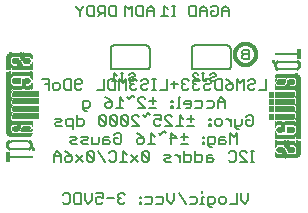
<source format=gbr>
G04 EAGLE Gerber RS-274X export*
G75*
%MOMM*%
%FSLAX34Y34*%
%LPD*%
%INSilkscreen Bottom*%
%IPPOS*%
%AMOC8*
5,1,8,0,0,1.08239X$1,22.5*%
G01*
%ADD10C,0.127000*%
%ADD11C,0.304800*%
%ADD12C,0.203200*%
%ADD13R,0.022863X0.462278*%
%ADD14R,0.022863X0.462281*%
%ADD15R,0.022863X0.436881*%
%ADD16R,0.023113X0.462278*%
%ADD17R,0.023113X0.462281*%
%ADD18R,0.023113X0.436881*%
%ADD19R,0.023116X0.462278*%
%ADD20R,0.023116X0.462281*%
%ADD21R,0.023116X0.436881*%
%ADD22R,0.023113X0.022863*%
%ADD23R,0.023116X0.091441*%
%ADD24R,0.023113X0.139700*%
%ADD25R,0.023116X0.185419*%
%ADD26R,0.023113X0.254000*%
%ADD27R,0.023113X0.299719*%
%ADD28R,0.023116X0.345438*%
%ADD29R,0.023113X0.391159*%
%ADD30R,0.023116X0.393700*%
%ADD31R,0.022863X0.325119*%
%ADD32R,0.022863X0.599438*%
%ADD33R,0.022863X0.622300*%
%ADD34R,0.022863X0.530859*%
%ADD35R,0.022863X0.439422*%
%ADD36R,0.022863X0.231138*%
%ADD37R,0.022863X0.071119*%
%ADD38R,0.022863X0.533400*%
%ADD39R,0.022863X0.208281*%
%ADD40R,0.023113X0.345441*%
%ADD41R,0.023113X0.576578*%
%ADD42R,0.023113X0.599438*%
%ADD43R,0.023113X0.508000*%
%ADD44R,0.023113X0.416563*%
%ADD45R,0.023113X0.208278*%
%ADD46R,0.023113X0.553722*%
%ADD47R,0.023113X0.208281*%
%ADD48R,0.023116X0.345441*%
%ADD49R,0.023116X0.530859*%
%ADD50R,0.023116X0.370841*%
%ADD51R,0.023116X0.162559*%
%ADD52R,0.023116X0.576581*%
%ADD53R,0.023116X0.208281*%
%ADD54R,0.023113X0.322578*%
%ADD55R,0.023113X0.485137*%
%ADD56R,0.023113X0.416559*%
%ADD57R,0.023113X0.347981*%
%ADD58R,0.023113X0.116838*%
%ADD59R,0.023113X0.647700*%
%ADD60R,0.023116X0.322581*%
%ADD61R,0.023116X0.485137*%
%ADD62R,0.023116X0.093978*%
%ADD63R,0.023116X0.231141*%
%ADD64R,0.023116X0.693419*%
%ADD65R,0.023113X0.322581*%
%ADD66R,0.023113X0.439419*%
%ADD67R,0.023113X0.370841*%
%ADD68R,0.023113X0.299722*%
%ADD69R,0.023113X0.045719*%
%ADD70R,0.023113X0.739138*%
%ADD71R,0.023113X0.414019*%
%ADD72R,0.023113X0.347978*%
%ADD73R,0.023113X0.762000*%
%ADD74R,0.023116X0.414019*%
%ADD75R,0.023116X0.182881*%
%ADD76R,0.023116X0.347978*%
%ADD77R,0.023116X0.276863*%
%ADD78R,0.023116X0.116841*%
%ADD79R,0.023116X0.276859*%
%ADD80R,0.023116X0.784863*%
%ADD81R,0.023113X0.325119*%
%ADD82R,0.023113X0.276863*%
%ADD83R,0.023113X0.276859*%
%ADD84R,0.023116X0.325119*%
%ADD85R,0.023116X0.391159*%
%ADD86R,0.023116X0.302259*%
%ADD87R,0.023116X0.254000*%
%ADD88R,0.023113X0.302259*%
%ADD89R,0.023113X0.393700*%
%ADD90R,0.023113X0.231141*%
%ADD91R,0.022863X0.302259*%
%ADD92R,0.022863X0.439419*%
%ADD93R,0.022863X0.368300*%
%ADD94R,0.022863X0.391159*%
%ADD95R,0.022863X0.416559*%
%ADD96R,0.022863X0.276863*%
%ADD97R,0.022863X0.205741*%
%ADD98R,0.023113X0.368300*%
%ADD99R,0.023113X0.205741*%
%ADD100R,0.023116X0.368300*%
%ADD101R,0.023116X0.205741*%
%ADD102R,0.023113X0.182881*%
%ADD103R,0.022863X0.276859*%
%ADD104R,0.022863X0.182881*%
%ADD105R,0.023113X0.924559*%
%ADD106R,0.023116X0.924559*%
%ADD107R,0.023113X0.901700*%
%ADD108R,0.023116X0.901700*%
%ADD109R,0.023113X0.878841*%
%ADD110R,0.023116X0.855981*%
%ADD111R,0.023113X0.833119*%
%ADD112R,0.022863X0.787400*%
%ADD113R,0.022863X0.414019*%
%ADD114R,0.022863X0.924559*%
%ADD115R,0.023113X0.739141*%
%ADD116R,0.023116X0.716281*%
%ADD117R,0.023116X0.299722*%
%ADD118R,0.023113X0.670559*%
%ADD119R,0.023116X0.647700*%
%ADD120R,0.023116X0.508000*%
%ADD121R,0.023116X0.299719*%
%ADD122R,0.023113X0.601981*%
%ADD123R,0.023113X0.530859*%
%ADD124R,0.023113X0.231138*%
%ADD125R,0.023113X0.556259*%
%ADD126R,0.023113X0.185419*%
%ADD127R,0.023116X0.533400*%
%ADD128R,0.023116X0.599438*%
%ADD129R,0.023116X0.416563*%
%ADD130R,0.023116X0.116838*%
%ADD131R,0.023113X0.485141*%
%ADD132R,0.023113X0.645159*%
%ADD133R,0.023113X0.716278*%
%ADD134R,0.022863X0.393700*%
%ADD135R,0.022863X0.762000*%
%ADD136R,0.022863X0.624841*%
%ADD137R,0.023113X0.784859*%
%ADD138R,0.023113X0.693422*%
%ADD139R,0.023116X0.830578*%
%ADD140R,0.023116X0.739141*%
%ADD141R,0.023113X0.876300*%
%ADD142R,0.023113X0.807722*%
%ADD143R,0.023116X0.899159*%
%ADD144R,0.023116X0.878841*%
%ADD145R,0.023113X0.922019*%
%ADD146R,0.023113X0.947419*%
%ADD147R,0.023116X0.970278*%
%ADD148R,0.023113X0.970278*%
%ADD149R,0.023116X0.439419*%
%ADD150R,0.022863X0.299722*%
%ADD151R,0.023116X0.416559*%
%ADD152R,0.023116X0.347981*%
%ADD153R,0.023113X0.137159*%
%ADD154R,0.023113X0.093978*%
%ADD155R,0.023113X0.091441*%
%ADD156R,0.023113X0.093981*%
%ADD157R,0.023113X0.114300*%
%ADD158R,0.023116X0.045719*%
%ADD159R,0.023116X0.045722*%
%ADD160R,0.023113X0.071119*%
%ADD161R,0.023113X0.116841*%
%ADD162R,0.023116X0.139700*%
%ADD163R,0.022863X0.322581*%
%ADD164R,0.022863X0.345441*%
%ADD165R,0.022863X0.162559*%
%ADD166R,0.022863X0.576581*%
%ADD167R,0.023113X0.668019*%
%ADD168R,0.023113X0.533400*%
%ADD169R,0.023116X1.455419*%
%ADD170R,0.023116X5.519419*%
%ADD171R,0.023113X1.455419*%
%ADD172R,0.023113X5.519419*%
%ADD173R,0.023116X5.494019*%
%ADD174R,0.023113X1.430019*%
%ADD175R,0.023113X5.494019*%
%ADD176R,0.023116X1.430019*%
%ADD177R,0.023116X5.471159*%
%ADD178R,0.023116X0.762000*%
%ADD179R,0.023113X1.407159*%
%ADD180R,0.023113X5.471159*%
%ADD181R,0.022863X1.384300*%
%ADD182R,0.022863X5.448300*%
%ADD183R,0.022863X0.716278*%
%ADD184R,0.022863X0.878841*%
%ADD185R,0.023113X1.361438*%
%ADD186R,0.023113X5.425438*%
%ADD187R,0.023116X1.338578*%
%ADD188R,0.023116X5.402578*%
%ADD189R,0.023116X0.624841*%
%ADD190R,0.023113X1.292859*%
%ADD191R,0.023113X5.356859*%
%ADD192R,0.023116X1.224278*%
%ADD193R,0.023116X5.288278*%
%ADD194C,0.152400*%


D10*
X206664Y14613D02*
X206664Y8681D01*
X203698Y5715D01*
X200732Y8681D01*
X200732Y14613D01*
X197309Y14613D02*
X197309Y5715D01*
X191377Y5715D01*
X186470Y5715D02*
X183505Y5715D01*
X182022Y7198D01*
X182022Y10164D01*
X183505Y11647D01*
X186470Y11647D01*
X187953Y10164D01*
X187953Y7198D01*
X186470Y5715D01*
X175632Y2749D02*
X174149Y2749D01*
X172666Y4232D01*
X172666Y11647D01*
X177115Y11647D01*
X178598Y10164D01*
X178598Y7198D01*
X177115Y5715D01*
X172666Y5715D01*
X169243Y11647D02*
X167760Y11647D01*
X167760Y5715D01*
X169243Y5715D02*
X166277Y5715D01*
X167760Y14613D02*
X167760Y16096D01*
X161523Y11647D02*
X157075Y11647D01*
X161523Y11647D02*
X163006Y10164D01*
X163006Y7198D01*
X161523Y5715D01*
X157075Y5715D01*
X153651Y5715D02*
X147719Y14613D01*
X144296Y14613D02*
X144296Y8681D01*
X141330Y5715D01*
X138364Y8681D01*
X138364Y14613D01*
X133458Y11647D02*
X129009Y11647D01*
X133458Y11647D02*
X134941Y10164D01*
X134941Y7198D01*
X133458Y5715D01*
X129009Y5715D01*
X124103Y11647D02*
X119654Y11647D01*
X124103Y11647D02*
X125585Y10164D01*
X125585Y7198D01*
X124103Y5715D01*
X119654Y5715D01*
X116230Y11647D02*
X114747Y11647D01*
X114747Y10164D01*
X116230Y10164D01*
X116230Y11647D01*
X116230Y7198D02*
X114747Y7198D01*
X114747Y5715D01*
X116230Y5715D01*
X116230Y7198D01*
X102198Y13130D02*
X100715Y14613D01*
X97749Y14613D01*
X96266Y13130D01*
X96266Y11647D01*
X97749Y10164D01*
X99232Y10164D01*
X97749Y10164D02*
X96266Y8681D01*
X96266Y7198D01*
X97749Y5715D01*
X100715Y5715D01*
X102198Y7198D01*
X92842Y10164D02*
X86911Y10164D01*
X83487Y14613D02*
X77555Y14613D01*
X83487Y14613D02*
X83487Y10164D01*
X80521Y11647D01*
X79038Y11647D01*
X77555Y10164D01*
X77555Y7198D01*
X79038Y5715D01*
X82004Y5715D01*
X83487Y7198D01*
X74132Y8681D02*
X74132Y14613D01*
X74132Y8681D02*
X71166Y5715D01*
X68200Y8681D01*
X68200Y14613D01*
X64777Y14613D02*
X64777Y5715D01*
X60328Y5715D01*
X58845Y7198D01*
X58845Y13130D01*
X60328Y14613D01*
X64777Y14613D01*
X50973Y14613D02*
X49490Y13130D01*
X50973Y14613D02*
X53939Y14613D01*
X55422Y13130D01*
X55422Y7198D01*
X53939Y5715D01*
X50973Y5715D01*
X49490Y7198D01*
X190160Y164465D02*
X190160Y170397D01*
X187195Y173363D01*
X184229Y170397D01*
X184229Y164465D01*
X184229Y168914D02*
X190160Y168914D01*
X176356Y173363D02*
X174873Y171880D01*
X176356Y173363D02*
X179322Y173363D01*
X180805Y171880D01*
X180805Y165948D01*
X179322Y164465D01*
X176356Y164465D01*
X174873Y165948D01*
X174873Y168914D01*
X177839Y168914D01*
X171450Y170397D02*
X171450Y164465D01*
X171450Y170397D02*
X168484Y173363D01*
X165518Y170397D01*
X165518Y164465D01*
X165518Y168914D02*
X171450Y168914D01*
X162095Y173363D02*
X162095Y164465D01*
X157646Y164465D01*
X156163Y165948D01*
X156163Y171880D01*
X157646Y173363D01*
X162095Y173363D01*
X144956Y164465D02*
X141990Y164465D01*
X143473Y164465D02*
X143473Y173363D01*
X144956Y173363D02*
X141990Y173363D01*
X138719Y170397D02*
X135753Y173363D01*
X135753Y164465D01*
X138719Y164465D02*
X132787Y164465D01*
X127063Y164465D02*
X127063Y170397D01*
X124097Y173363D01*
X121131Y170397D01*
X121131Y164465D01*
X121131Y168914D02*
X127063Y168914D01*
X117708Y173363D02*
X117708Y164465D01*
X113259Y164465D01*
X111776Y165948D01*
X111776Y171880D01*
X113259Y173363D01*
X117708Y173363D01*
X108352Y173363D02*
X108352Y164465D01*
X105387Y170397D02*
X108352Y173363D01*
X105387Y170397D02*
X102421Y173363D01*
X102421Y164465D01*
X94910Y164465D02*
X94910Y173363D01*
X94910Y164465D02*
X90462Y164465D01*
X88979Y165948D01*
X88979Y171880D01*
X90462Y173363D01*
X94910Y173363D01*
X85555Y173363D02*
X85555Y164465D01*
X85555Y173363D02*
X81106Y173363D01*
X79623Y171880D01*
X79623Y168914D01*
X81106Y167431D01*
X85555Y167431D01*
X82589Y167431D02*
X79623Y164465D01*
X76200Y164465D02*
X76200Y173363D01*
X76200Y164465D02*
X71751Y164465D01*
X70268Y165948D01*
X70268Y171880D01*
X71751Y173363D01*
X76200Y173363D01*
X66845Y173363D02*
X66845Y171880D01*
X63879Y168914D01*
X60913Y171880D01*
X60913Y173363D01*
X63879Y168914D02*
X63879Y164465D01*
X221765Y111133D02*
X221765Y102235D01*
X215834Y102235D01*
X207961Y111133D02*
X206478Y109650D01*
X207961Y111133D02*
X210927Y111133D01*
X212410Y109650D01*
X212410Y108167D01*
X210927Y106684D01*
X207961Y106684D01*
X206478Y105201D01*
X206478Y103718D01*
X207961Y102235D01*
X210927Y102235D01*
X212410Y103718D01*
X203055Y102235D02*
X203055Y111133D01*
X200089Y108167D01*
X197123Y111133D01*
X197123Y102235D01*
X190734Y109650D02*
X187768Y111133D01*
X190734Y109650D02*
X193700Y106684D01*
X193700Y103718D01*
X192217Y102235D01*
X189251Y102235D01*
X187768Y103718D01*
X187768Y105201D01*
X189251Y106684D01*
X193700Y106684D01*
X184345Y111133D02*
X184345Y102235D01*
X179896Y102235D01*
X178413Y103718D01*
X178413Y109650D01*
X179896Y111133D01*
X184345Y111133D01*
X170541Y111133D02*
X169058Y109650D01*
X170541Y111133D02*
X173507Y111133D01*
X174989Y109650D01*
X174989Y108167D01*
X173507Y106684D01*
X170541Y106684D01*
X169058Y105201D01*
X169058Y103718D01*
X170541Y102235D01*
X173507Y102235D01*
X174989Y103718D01*
X165634Y109650D02*
X164151Y111133D01*
X161185Y111133D01*
X159703Y109650D01*
X159703Y108167D01*
X161185Y106684D01*
X162668Y106684D01*
X161185Y106684D02*
X159703Y105201D01*
X159703Y103718D01*
X161185Y102235D01*
X164151Y102235D01*
X165634Y103718D01*
X156279Y109650D02*
X154796Y111133D01*
X151830Y111133D01*
X150347Y109650D01*
X150347Y108167D01*
X151830Y106684D01*
X153313Y106684D01*
X151830Y106684D02*
X150347Y105201D01*
X150347Y103718D01*
X151830Y102235D01*
X154796Y102235D01*
X156279Y103718D01*
X146924Y106684D02*
X140992Y106684D01*
X143958Y109650D02*
X143958Y103718D01*
X137569Y102235D02*
X137569Y111133D01*
X137569Y102235D02*
X131637Y102235D01*
X128213Y102235D02*
X125248Y102235D01*
X126731Y102235D02*
X126731Y111133D01*
X128213Y111133D02*
X125248Y111133D01*
X117528Y111133D02*
X116045Y109650D01*
X117528Y111133D02*
X120494Y111133D01*
X121977Y109650D01*
X121977Y108167D01*
X120494Y106684D01*
X117528Y106684D01*
X116045Y105201D01*
X116045Y103718D01*
X117528Y102235D01*
X120494Y102235D01*
X121977Y103718D01*
X112622Y109650D02*
X111139Y111133D01*
X108173Y111133D01*
X106690Y109650D01*
X106690Y108167D01*
X108173Y106684D01*
X109656Y106684D01*
X108173Y106684D02*
X106690Y105201D01*
X106690Y103718D01*
X108173Y102235D01*
X111139Y102235D01*
X112622Y103718D01*
X103266Y102235D02*
X103266Y111133D01*
X100300Y108167D01*
X97335Y111133D01*
X97335Y102235D01*
X93911Y102235D02*
X93911Y111133D01*
X93911Y102235D02*
X89462Y102235D01*
X87979Y103718D01*
X87979Y109650D01*
X89462Y111133D01*
X93911Y111133D01*
X84556Y111133D02*
X84556Y102235D01*
X78624Y102235D01*
X65846Y103718D02*
X64363Y102235D01*
X61397Y102235D01*
X59914Y103718D01*
X59914Y109650D01*
X61397Y111133D01*
X64363Y111133D01*
X65846Y109650D01*
X65846Y108167D01*
X64363Y106684D01*
X59914Y106684D01*
X56490Y111133D02*
X56490Y102235D01*
X52042Y102235D01*
X50559Y103718D01*
X50559Y109650D01*
X52042Y111133D01*
X56490Y111133D01*
X45652Y102235D02*
X42686Y102235D01*
X41203Y103718D01*
X41203Y106684D01*
X42686Y108167D01*
X45652Y108167D01*
X47135Y106684D01*
X47135Y103718D01*
X45652Y102235D01*
X37780Y102235D02*
X37780Y111133D01*
X31848Y111133D01*
X34814Y106684D02*
X37780Y106684D01*
X186683Y92927D02*
X186683Y86995D01*
X186683Y92927D02*
X183718Y95893D01*
X180752Y92927D01*
X180752Y86995D01*
X180752Y91444D02*
X186683Y91444D01*
X175845Y92927D02*
X171396Y92927D01*
X175845Y92927D02*
X177328Y91444D01*
X177328Y88478D01*
X175845Y86995D01*
X171396Y86995D01*
X166490Y92927D02*
X162041Y92927D01*
X166490Y92927D02*
X167973Y91444D01*
X167973Y88478D01*
X166490Y86995D01*
X162041Y86995D01*
X157135Y86995D02*
X154169Y86995D01*
X157135Y86995D02*
X158618Y88478D01*
X158618Y91444D01*
X157135Y92927D01*
X154169Y92927D01*
X152686Y91444D01*
X152686Y89961D01*
X158618Y89961D01*
X149263Y95893D02*
X147780Y95893D01*
X147780Y86995D01*
X149263Y86995D02*
X146297Y86995D01*
X143026Y92927D02*
X141543Y92927D01*
X141543Y91444D01*
X143026Y91444D01*
X143026Y92927D01*
X143026Y88478D02*
X141543Y88478D01*
X141543Y86995D01*
X143026Y86995D01*
X143026Y88478D01*
X128993Y86995D02*
X123061Y86995D01*
X123061Y92927D02*
X128993Y92927D01*
X126027Y95893D02*
X126027Y89961D01*
X119638Y86995D02*
X113706Y86995D01*
X119638Y86995D02*
X113706Y92927D01*
X113706Y94410D01*
X115189Y95893D01*
X118155Y95893D01*
X119638Y94410D01*
X110283Y95893D02*
X108800Y97376D01*
X105834Y94410D01*
X104351Y95893D01*
X100928Y92927D02*
X97962Y95893D01*
X97962Y86995D01*
X100928Y86995D02*
X94996Y86995D01*
X88606Y94410D02*
X85641Y95893D01*
X88606Y94410D02*
X91572Y91444D01*
X91572Y88478D01*
X90089Y86995D01*
X87124Y86995D01*
X85641Y88478D01*
X85641Y89961D01*
X87124Y91444D01*
X91572Y91444D01*
X69896Y84029D02*
X68413Y84029D01*
X66930Y85512D01*
X66930Y92927D01*
X71379Y92927D01*
X72862Y91444D01*
X72862Y88478D01*
X71379Y86995D01*
X66930Y86995D01*
X204919Y79170D02*
X206402Y80653D01*
X209368Y80653D01*
X210851Y79170D01*
X210851Y73238D01*
X209368Y71755D01*
X206402Y71755D01*
X204919Y73238D01*
X204919Y76204D01*
X207885Y76204D01*
X201496Y77687D02*
X201496Y73238D01*
X200013Y71755D01*
X195564Y71755D01*
X195564Y70272D02*
X195564Y77687D01*
X195564Y70272D02*
X197047Y68789D01*
X198530Y68789D01*
X192141Y71755D02*
X192141Y77687D01*
X192141Y74721D02*
X189175Y77687D01*
X187692Y77687D01*
X182862Y71755D02*
X179896Y71755D01*
X178413Y73238D01*
X178413Y76204D01*
X179896Y77687D01*
X182862Y77687D01*
X184345Y76204D01*
X184345Y73238D01*
X182862Y71755D01*
X174989Y77687D02*
X173507Y77687D01*
X173507Y76204D01*
X174989Y76204D01*
X174989Y77687D01*
X174989Y73238D02*
X173507Y73238D01*
X173507Y71755D01*
X174989Y71755D01*
X174989Y73238D01*
X160957Y71755D02*
X155025Y71755D01*
X155025Y77687D02*
X160957Y77687D01*
X157991Y80653D02*
X157991Y74721D01*
X151601Y77687D02*
X148636Y80653D01*
X148636Y71755D01*
X151601Y71755D02*
X145670Y71755D01*
X142246Y71755D02*
X136315Y71755D01*
X142246Y71755D02*
X136315Y77687D01*
X136315Y79170D01*
X137798Y80653D01*
X140763Y80653D01*
X142246Y79170D01*
X132891Y80653D02*
X126959Y80653D01*
X132891Y80653D02*
X132891Y76204D01*
X129925Y77687D01*
X128442Y77687D01*
X126959Y76204D01*
X126959Y73238D01*
X128442Y71755D01*
X131408Y71755D01*
X132891Y73238D01*
X123536Y80653D02*
X122053Y82136D01*
X119087Y79170D01*
X117604Y80653D01*
X114181Y71755D02*
X108249Y71755D01*
X114181Y71755D02*
X108249Y77687D01*
X108249Y79170D01*
X109732Y80653D01*
X112698Y80653D01*
X114181Y79170D01*
X104826Y79170D02*
X104826Y73238D01*
X104826Y79170D02*
X103343Y80653D01*
X100377Y80653D01*
X98894Y79170D01*
X98894Y73238D01*
X100377Y71755D01*
X103343Y71755D01*
X104826Y73238D01*
X98894Y79170D01*
X95470Y79170D02*
X95470Y73238D01*
X95470Y79170D02*
X93987Y80653D01*
X91022Y80653D01*
X89539Y79170D01*
X89539Y73238D01*
X91022Y71755D01*
X93987Y71755D01*
X95470Y73238D01*
X89539Y79170D01*
X86115Y79170D02*
X86115Y73238D01*
X86115Y79170D02*
X84632Y80653D01*
X81666Y80653D01*
X80183Y79170D01*
X80183Y73238D01*
X81666Y71755D01*
X84632Y71755D01*
X86115Y73238D01*
X80183Y79170D01*
X61473Y80653D02*
X61473Y71755D01*
X65922Y71755D01*
X67405Y73238D01*
X67405Y76204D01*
X65922Y77687D01*
X61473Y77687D01*
X58050Y77687D02*
X58050Y68789D01*
X58050Y77687D02*
X53601Y77687D01*
X52118Y76204D01*
X52118Y73238D01*
X53601Y71755D01*
X58050Y71755D01*
X48694Y71755D02*
X44246Y71755D01*
X42763Y73238D01*
X44246Y74721D01*
X47212Y74721D01*
X48694Y76204D01*
X47212Y77687D01*
X42763Y77687D01*
X197598Y65413D02*
X197598Y56515D01*
X194632Y62447D02*
X197598Y65413D01*
X194632Y62447D02*
X191666Y65413D01*
X191666Y56515D01*
X186760Y62447D02*
X183794Y62447D01*
X182311Y60964D01*
X182311Y56515D01*
X186760Y56515D01*
X188243Y57998D01*
X186760Y59481D01*
X182311Y59481D01*
X175922Y53549D02*
X174439Y53549D01*
X172956Y55032D01*
X172956Y62447D01*
X177405Y62447D01*
X178887Y60964D01*
X178887Y57998D01*
X177405Y56515D01*
X172956Y56515D01*
X169532Y62447D02*
X168049Y62447D01*
X168049Y60964D01*
X169532Y60964D01*
X169532Y62447D01*
X169532Y57998D02*
X168049Y57998D01*
X168049Y56515D01*
X169532Y56515D01*
X169532Y57998D01*
X155499Y56515D02*
X149568Y56515D01*
X149568Y62447D02*
X155499Y62447D01*
X152534Y65413D02*
X152534Y59481D01*
X141695Y56515D02*
X141695Y65413D01*
X146144Y60964D01*
X140213Y60964D01*
X136789Y65413D02*
X135306Y66896D01*
X132340Y63930D01*
X130857Y65413D01*
X127434Y62447D02*
X124468Y65413D01*
X124468Y56515D01*
X127434Y56515D02*
X121502Y56515D01*
X115113Y63930D02*
X112147Y65413D01*
X115113Y63930D02*
X118079Y60964D01*
X118079Y57998D01*
X116596Y56515D01*
X113630Y56515D01*
X112147Y57998D01*
X112147Y59481D01*
X113630Y60964D01*
X118079Y60964D01*
X94920Y65413D02*
X93437Y63930D01*
X94920Y65413D02*
X97885Y65413D01*
X99368Y63930D01*
X99368Y57998D01*
X97885Y56515D01*
X94920Y56515D01*
X93437Y57998D01*
X93437Y60964D01*
X96402Y60964D01*
X88530Y62447D02*
X85564Y62447D01*
X84081Y60964D01*
X84081Y56515D01*
X88530Y56515D01*
X90013Y57998D01*
X88530Y59481D01*
X84081Y59481D01*
X80658Y57998D02*
X80658Y62447D01*
X80658Y57998D02*
X79175Y56515D01*
X74726Y56515D01*
X74726Y62447D01*
X71303Y56515D02*
X66854Y56515D01*
X65371Y57998D01*
X66854Y59481D01*
X69820Y59481D01*
X71303Y60964D01*
X69820Y62447D01*
X65371Y62447D01*
X61948Y56515D02*
X57499Y56515D01*
X56016Y57998D01*
X57499Y59481D01*
X60465Y59481D01*
X61948Y60964D01*
X60465Y62447D01*
X56016Y62447D01*
X208665Y41275D02*
X211631Y41275D01*
X210148Y41275D02*
X210148Y50173D01*
X211631Y50173D02*
X208665Y50173D01*
X205394Y41275D02*
X199462Y41275D01*
X205394Y41275D02*
X199462Y47207D01*
X199462Y48690D01*
X200945Y50173D01*
X203911Y50173D01*
X205394Y48690D01*
X191590Y50173D02*
X190107Y48690D01*
X191590Y50173D02*
X194556Y50173D01*
X196039Y48690D01*
X196039Y42758D01*
X194556Y41275D01*
X191590Y41275D01*
X190107Y42758D01*
X175845Y47207D02*
X172879Y47207D01*
X171397Y45724D01*
X171397Y41275D01*
X175845Y41275D01*
X177328Y42758D01*
X175845Y44241D01*
X171397Y44241D01*
X162041Y41275D02*
X162041Y50173D01*
X162041Y41275D02*
X166490Y41275D01*
X167973Y42758D01*
X167973Y45724D01*
X166490Y47207D01*
X162041Y47207D01*
X152686Y50173D02*
X152686Y41275D01*
X157135Y41275D01*
X158618Y42758D01*
X158618Y45724D01*
X157135Y47207D01*
X152686Y47207D01*
X149263Y47207D02*
X149263Y41275D01*
X149263Y44241D02*
X146297Y47207D01*
X144814Y47207D01*
X141467Y41275D02*
X137018Y41275D01*
X135535Y42758D01*
X137018Y44241D01*
X139984Y44241D01*
X141467Y45724D01*
X139984Y47207D01*
X135535Y47207D01*
X122756Y48690D02*
X122756Y42758D01*
X122756Y48690D02*
X121273Y50173D01*
X118308Y50173D01*
X116825Y48690D01*
X116825Y42758D01*
X118308Y41275D01*
X121273Y41275D01*
X122756Y42758D01*
X116825Y48690D01*
X113401Y47207D02*
X107469Y41275D01*
X113401Y41275D02*
X107469Y47207D01*
X104046Y47207D02*
X101080Y50173D01*
X101080Y41275D01*
X104046Y41275D02*
X98114Y41275D01*
X90242Y50173D02*
X88759Y48690D01*
X90242Y50173D02*
X93208Y50173D01*
X94691Y48690D01*
X94691Y42758D01*
X93208Y41275D01*
X90242Y41275D01*
X88759Y42758D01*
X85336Y41275D02*
X79404Y50173D01*
X75980Y48690D02*
X75980Y42758D01*
X75980Y48690D02*
X74497Y50173D01*
X71532Y50173D01*
X70049Y48690D01*
X70049Y42758D01*
X71532Y41275D01*
X74497Y41275D01*
X75980Y42758D01*
X70049Y48690D01*
X66625Y47207D02*
X60693Y41275D01*
X66625Y41275D02*
X60693Y47207D01*
X54304Y48690D02*
X51338Y50173D01*
X54304Y48690D02*
X57270Y45724D01*
X57270Y42758D01*
X55787Y41275D01*
X52821Y41275D01*
X51338Y42758D01*
X51338Y44241D01*
X52821Y45724D01*
X57270Y45724D01*
X47915Y47207D02*
X47915Y41275D01*
X47915Y47207D02*
X44949Y50173D01*
X41983Y47207D01*
X41983Y41275D01*
X41983Y45724D02*
X47915Y45724D01*
D11*
X195490Y132080D02*
X195493Y132300D01*
X195501Y132521D01*
X195514Y132741D01*
X195533Y132960D01*
X195558Y133179D01*
X195587Y133398D01*
X195622Y133615D01*
X195663Y133832D01*
X195708Y134048D01*
X195759Y134262D01*
X195815Y134475D01*
X195877Y134687D01*
X195943Y134897D01*
X196015Y135105D01*
X196092Y135312D01*
X196174Y135516D01*
X196260Y135719D01*
X196352Y135919D01*
X196449Y136118D01*
X196550Y136313D01*
X196657Y136506D01*
X196768Y136697D01*
X196883Y136884D01*
X197003Y137069D01*
X197128Y137251D01*
X197257Y137429D01*
X197391Y137605D01*
X197528Y137777D01*
X197670Y137945D01*
X197816Y138111D01*
X197966Y138272D01*
X198120Y138430D01*
X198278Y138584D01*
X198439Y138734D01*
X198605Y138880D01*
X198773Y139022D01*
X198945Y139159D01*
X199121Y139293D01*
X199299Y139422D01*
X199481Y139547D01*
X199666Y139667D01*
X199853Y139782D01*
X200044Y139893D01*
X200237Y140000D01*
X200432Y140101D01*
X200631Y140198D01*
X200831Y140290D01*
X201034Y140376D01*
X201238Y140458D01*
X201445Y140535D01*
X201653Y140607D01*
X201863Y140673D01*
X202075Y140735D01*
X202288Y140791D01*
X202502Y140842D01*
X202718Y140887D01*
X202935Y140928D01*
X203152Y140963D01*
X203371Y140992D01*
X203590Y141017D01*
X203809Y141036D01*
X204029Y141049D01*
X204250Y141057D01*
X204470Y141060D01*
X204690Y141057D01*
X204911Y141049D01*
X205131Y141036D01*
X205350Y141017D01*
X205569Y140992D01*
X205788Y140963D01*
X206005Y140928D01*
X206222Y140887D01*
X206438Y140842D01*
X206652Y140791D01*
X206865Y140735D01*
X207077Y140673D01*
X207287Y140607D01*
X207495Y140535D01*
X207702Y140458D01*
X207906Y140376D01*
X208109Y140290D01*
X208309Y140198D01*
X208508Y140101D01*
X208703Y140000D01*
X208896Y139893D01*
X209087Y139782D01*
X209274Y139667D01*
X209459Y139547D01*
X209641Y139422D01*
X209819Y139293D01*
X209995Y139159D01*
X210167Y139022D01*
X210335Y138880D01*
X210501Y138734D01*
X210662Y138584D01*
X210820Y138430D01*
X210974Y138272D01*
X211124Y138111D01*
X211270Y137945D01*
X211412Y137777D01*
X211549Y137605D01*
X211683Y137429D01*
X211812Y137251D01*
X211937Y137069D01*
X212057Y136884D01*
X212172Y136697D01*
X212283Y136506D01*
X212390Y136313D01*
X212491Y136118D01*
X212588Y135919D01*
X212680Y135719D01*
X212766Y135516D01*
X212848Y135312D01*
X212925Y135105D01*
X212997Y134897D01*
X213063Y134687D01*
X213125Y134475D01*
X213181Y134262D01*
X213232Y134048D01*
X213277Y133832D01*
X213318Y133615D01*
X213353Y133398D01*
X213382Y133179D01*
X213407Y132960D01*
X213426Y132741D01*
X213439Y132521D01*
X213447Y132300D01*
X213450Y132080D01*
X213447Y131860D01*
X213439Y131639D01*
X213426Y131419D01*
X213407Y131200D01*
X213382Y130981D01*
X213353Y130762D01*
X213318Y130545D01*
X213277Y130328D01*
X213232Y130112D01*
X213181Y129898D01*
X213125Y129685D01*
X213063Y129473D01*
X212997Y129263D01*
X212925Y129055D01*
X212848Y128848D01*
X212766Y128644D01*
X212680Y128441D01*
X212588Y128241D01*
X212491Y128042D01*
X212390Y127847D01*
X212283Y127654D01*
X212172Y127463D01*
X212057Y127276D01*
X211937Y127091D01*
X211812Y126909D01*
X211683Y126731D01*
X211549Y126555D01*
X211412Y126383D01*
X211270Y126215D01*
X211124Y126049D01*
X210974Y125888D01*
X210820Y125730D01*
X210662Y125576D01*
X210501Y125426D01*
X210335Y125280D01*
X210167Y125138D01*
X209995Y125001D01*
X209819Y124867D01*
X209641Y124738D01*
X209459Y124613D01*
X209274Y124493D01*
X209087Y124378D01*
X208896Y124267D01*
X208703Y124160D01*
X208508Y124059D01*
X208309Y123962D01*
X208109Y123870D01*
X207906Y123784D01*
X207702Y123702D01*
X207495Y123625D01*
X207287Y123553D01*
X207077Y123487D01*
X206865Y123425D01*
X206652Y123369D01*
X206438Y123318D01*
X206222Y123273D01*
X206005Y123232D01*
X205788Y123197D01*
X205569Y123168D01*
X205350Y123143D01*
X205131Y123124D01*
X204911Y123111D01*
X204690Y123103D01*
X204470Y123100D01*
X204250Y123103D01*
X204029Y123111D01*
X203809Y123124D01*
X203590Y123143D01*
X203371Y123168D01*
X203152Y123197D01*
X202935Y123232D01*
X202718Y123273D01*
X202502Y123318D01*
X202288Y123369D01*
X202075Y123425D01*
X201863Y123487D01*
X201653Y123553D01*
X201445Y123625D01*
X201238Y123702D01*
X201034Y123784D01*
X200831Y123870D01*
X200631Y123962D01*
X200432Y124059D01*
X200237Y124160D01*
X200044Y124267D01*
X199853Y124378D01*
X199666Y124493D01*
X199481Y124613D01*
X199299Y124738D01*
X199121Y124867D01*
X198945Y125001D01*
X198773Y125138D01*
X198605Y125280D01*
X198439Y125426D01*
X198278Y125576D01*
X198120Y125730D01*
X197966Y125888D01*
X197816Y126049D01*
X197670Y126215D01*
X197528Y126383D01*
X197391Y126555D01*
X197257Y126731D01*
X197128Y126909D01*
X197003Y127091D01*
X196883Y127276D01*
X196768Y127463D01*
X196657Y127654D01*
X196550Y127847D01*
X196449Y128042D01*
X196352Y128241D01*
X196260Y128441D01*
X196174Y128644D01*
X196092Y128848D01*
X196015Y129055D01*
X195943Y129263D01*
X195877Y129473D01*
X195815Y129685D01*
X195759Y129898D01*
X195708Y130112D01*
X195663Y130328D01*
X195622Y130545D01*
X195587Y130762D01*
X195558Y130981D01*
X195533Y131200D01*
X195514Y131419D01*
X195501Y131639D01*
X195493Y131860D01*
X195490Y132080D01*
D12*
X207010Y128016D02*
X207010Y136151D01*
X202943Y136151D01*
X201587Y134795D01*
X201587Y133439D01*
X202943Y132083D01*
X201587Y130728D01*
X201587Y129372D01*
X202943Y128016D01*
X207010Y128016D01*
X207010Y132083D02*
X202943Y132083D01*
D13*
X224790Y79197D03*
D14*
X224790Y85446D03*
X224790Y91669D03*
D15*
X224790Y98019D03*
D16*
X225020Y79197D03*
D17*
X225020Y85446D03*
X225020Y91669D03*
D18*
X225020Y98019D03*
D19*
X225251Y79197D03*
D20*
X225251Y85446D03*
X225251Y91669D03*
D21*
X225251Y98019D03*
D16*
X225482Y79197D03*
D17*
X225482Y85446D03*
X225482Y91669D03*
D18*
X225482Y98019D03*
D19*
X225713Y79197D03*
D20*
X225713Y85446D03*
X225713Y91669D03*
D21*
X225713Y98019D03*
D16*
X225944Y79197D03*
D17*
X225944Y85446D03*
X225944Y91669D03*
D18*
X225944Y98019D03*
D16*
X226176Y79197D03*
D17*
X226176Y85446D03*
X226176Y91669D03*
D18*
X226176Y98019D03*
D19*
X226407Y79197D03*
D20*
X226407Y85446D03*
X226407Y91669D03*
D21*
X226407Y98019D03*
D16*
X226638Y79197D03*
D17*
X226638Y85446D03*
X226638Y91669D03*
D18*
X226638Y98019D03*
D19*
X226869Y79197D03*
D20*
X226869Y85446D03*
X226869Y91669D03*
D21*
X226869Y98019D03*
D16*
X227100Y79197D03*
D17*
X227100Y85446D03*
X227100Y91669D03*
D18*
X227100Y98019D03*
D13*
X227330Y79197D03*
D14*
X227330Y85446D03*
X227330Y91669D03*
D15*
X227330Y98019D03*
D16*
X227560Y79197D03*
D17*
X227560Y85446D03*
X227560Y91669D03*
D18*
X227560Y98019D03*
D22*
X227560Y126429D03*
D19*
X227791Y79197D03*
D20*
X227791Y85446D03*
X227791Y91669D03*
D21*
X227791Y98019D03*
D23*
X227791Y126314D03*
D16*
X228022Y79197D03*
D17*
X228022Y85446D03*
X228022Y91669D03*
D18*
X228022Y98019D03*
D24*
X228022Y126073D03*
D19*
X228253Y79197D03*
D20*
X228253Y85446D03*
X228253Y91669D03*
D21*
X228253Y98019D03*
D25*
X228253Y126073D03*
D16*
X228484Y79197D03*
D17*
X228484Y85446D03*
X228484Y91669D03*
D18*
X228484Y98019D03*
D26*
X228484Y125959D03*
D16*
X228716Y79197D03*
D17*
X228716Y85446D03*
X228716Y91669D03*
D18*
X228716Y98019D03*
D27*
X228716Y125730D03*
D19*
X228947Y79197D03*
D20*
X228947Y85446D03*
X228947Y91669D03*
D21*
X228947Y98019D03*
D28*
X228947Y125730D03*
D29*
X229178Y125501D03*
D30*
X229409Y125032D03*
D16*
X229640Y124003D03*
D31*
X229870Y48031D03*
D32*
X229870Y55880D03*
D33*
X229870Y63614D03*
D34*
X229870Y72631D03*
D13*
X229870Y79197D03*
D14*
X229870Y85446D03*
X229870Y91669D03*
D15*
X229870Y98019D03*
D35*
X229870Y104254D03*
D36*
X229870Y109919D03*
D37*
X229870Y113030D03*
D38*
X229870Y123190D03*
D39*
X229870Y132436D03*
D40*
X230100Y47676D03*
D41*
X230100Y55994D03*
D42*
X230100Y63500D03*
D43*
X230100Y72746D03*
D16*
X230100Y79197D03*
D17*
X230100Y85446D03*
X230100Y91669D03*
D18*
X230100Y98019D03*
D44*
X230100Y104140D03*
D45*
X230100Y110033D03*
D24*
X230100Y113373D03*
D46*
X230100Y122606D03*
D47*
X230100Y132436D03*
D48*
X230331Y47219D03*
D49*
X230331Y56223D03*
X230331Y63157D03*
D19*
X230331Y72974D03*
X230331Y79197D03*
D20*
X230331Y85446D03*
X230331Y91669D03*
D21*
X230331Y98019D03*
D50*
X230331Y103911D03*
D51*
X230331Y110261D03*
D25*
X230331Y113602D03*
D52*
X230331Y122492D03*
D53*
X230331Y132436D03*
D54*
X230562Y46876D03*
D55*
X230562Y56452D03*
D43*
X230562Y63043D03*
D56*
X230562Y73203D03*
D16*
X230562Y79197D03*
D17*
X230562Y85446D03*
X230562Y91669D03*
D18*
X230562Y98019D03*
D57*
X230562Y103797D03*
D58*
X230562Y110490D03*
D45*
X230562Y113716D03*
D59*
X230562Y122619D03*
D47*
X230562Y132436D03*
D60*
X230793Y46647D03*
D19*
X230793Y56566D03*
D61*
X230793Y62929D03*
D30*
X230793Y73317D03*
D19*
X230793Y79197D03*
D20*
X230793Y85446D03*
X230793Y91669D03*
D21*
X230793Y98019D03*
D60*
X230793Y103670D03*
D62*
X230793Y110604D03*
D63*
X230793Y113830D03*
D64*
X230793Y122619D03*
D53*
X230793Y132436D03*
D65*
X231024Y46419D03*
D66*
X231024Y56680D03*
D16*
X231024Y62814D03*
D67*
X231024Y73431D03*
D16*
X231024Y79197D03*
D17*
X231024Y85446D03*
X231024Y91669D03*
D18*
X231024Y98019D03*
D68*
X231024Y103556D03*
D69*
X231024Y110846D03*
D26*
X231024Y113944D03*
D70*
X231024Y122619D03*
D47*
X231024Y132436D03*
D65*
X231256Y46190D03*
D71*
X231256Y56807D03*
D66*
X231256Y62700D03*
D72*
X231256Y73546D03*
D16*
X231256Y79197D03*
D17*
X231256Y85446D03*
X231256Y91669D03*
D18*
X231256Y98019D03*
D68*
X231256Y103556D03*
D26*
X231256Y113944D03*
D73*
X231256Y122504D03*
D47*
X231256Y132436D03*
D60*
X231487Y46190D03*
D63*
X231487Y51270D03*
D74*
X231487Y56807D03*
X231487Y62573D03*
D75*
X231487Y68351D03*
D76*
X231487Y73546D03*
D19*
X231487Y79197D03*
D20*
X231487Y85446D03*
X231487Y91669D03*
D21*
X231487Y98019D03*
D77*
X231487Y103442D03*
D78*
X231487Y108179D03*
D79*
X231487Y114059D03*
D80*
X231487Y122619D03*
D53*
X231487Y132436D03*
D81*
X231718Y45949D03*
D65*
X231718Y51270D03*
D29*
X231718Y56921D03*
D71*
X231718Y62573D03*
D81*
X231718Y68351D03*
X231718Y73660D03*
D16*
X231718Y79197D03*
D17*
X231718Y85446D03*
X231718Y91669D03*
D18*
X231718Y98019D03*
D82*
X231718Y103442D03*
D83*
X231718Y108293D03*
X231718Y114059D03*
D82*
X231718Y120079D03*
D83*
X231718Y125387D03*
D47*
X231718Y132436D03*
D84*
X231949Y45949D03*
D50*
X231949Y51257D03*
D85*
X231949Y56921D03*
D74*
X231949Y62573D03*
D50*
X231949Y68351D03*
D84*
X231949Y73660D03*
D19*
X231949Y79197D03*
D20*
X231949Y85446D03*
X231949Y91669D03*
D21*
X231949Y98019D03*
D77*
X231949Y103442D03*
D48*
X231949Y108407D03*
D86*
X231949Y114186D03*
D87*
X231949Y119736D03*
D63*
X231949Y125616D03*
D53*
X231949Y132436D03*
D81*
X232180Y45949D03*
D56*
X232180Y51257D03*
D29*
X232180Y56921D03*
X232180Y62459D03*
D56*
X232180Y68351D03*
D88*
X232180Y73774D03*
D16*
X232180Y79197D03*
D17*
X232180Y85446D03*
X232180Y91669D03*
D18*
X232180Y98019D03*
D82*
X232180Y103442D03*
D89*
X232180Y108649D03*
D88*
X232180Y114186D03*
D90*
X232180Y119621D03*
D47*
X232180Y125730D03*
X232180Y132436D03*
D91*
X232410Y45834D03*
D92*
X232410Y51143D03*
D93*
X232410Y57036D03*
D94*
X232410Y62459D03*
D95*
X232410Y68351D03*
D91*
X232410Y73774D03*
D13*
X232410Y79197D03*
D14*
X232410Y85446D03*
X232410Y91669D03*
D15*
X232410Y98019D03*
D96*
X232410Y103442D03*
D92*
X232410Y108649D03*
D91*
X232410Y114186D03*
D97*
X232410Y119494D03*
D39*
X232410Y125730D03*
X232410Y132436D03*
D88*
X232640Y45834D03*
D16*
X232640Y51257D03*
D98*
X232640Y57036D03*
D29*
X232640Y62459D03*
D17*
X232640Y68351D03*
D88*
X232640Y73774D03*
D16*
X232640Y79197D03*
D17*
X232640Y85446D03*
X232640Y91669D03*
D18*
X232640Y98019D03*
D82*
X232640Y103442D03*
D16*
X232640Y108763D03*
D88*
X232640Y114186D03*
D99*
X232640Y119494D03*
D47*
X232640Y125959D03*
X232640Y132436D03*
D86*
X232871Y45834D03*
D19*
X232871Y51257D03*
D100*
X232871Y57036D03*
D85*
X232871Y62459D03*
D20*
X232871Y68351D03*
D86*
X232871Y73774D03*
D19*
X232871Y79197D03*
D20*
X232871Y85446D03*
X232871Y91669D03*
D21*
X232871Y98019D03*
D77*
X232871Y103442D03*
D19*
X232871Y108763D03*
D86*
X232871Y114186D03*
D101*
X232871Y119494D03*
D53*
X232871Y125959D03*
X232871Y132436D03*
D88*
X233102Y45834D03*
D16*
X233102Y51257D03*
D98*
X233102Y57036D03*
X233102Y62344D03*
D17*
X233102Y68351D03*
D88*
X233102Y73774D03*
D16*
X233102Y79197D03*
D17*
X233102Y85446D03*
X233102Y91669D03*
D18*
X233102Y98019D03*
D82*
X233102Y103442D03*
D16*
X233102Y108763D03*
D88*
X233102Y114186D03*
D99*
X233102Y119494D03*
D47*
X233102Y125959D03*
X233102Y132436D03*
D86*
X233333Y45834D03*
D19*
X233333Y51257D03*
D100*
X233333Y57036D03*
X233333Y62344D03*
D20*
X233333Y68351D03*
D86*
X233333Y73774D03*
D19*
X233333Y79197D03*
D20*
X233333Y85446D03*
X233333Y91669D03*
D21*
X233333Y98019D03*
D77*
X233333Y103442D03*
D19*
X233333Y108763D03*
D86*
X233333Y114186D03*
D75*
X233333Y119380D03*
D53*
X233333Y125959D03*
X233333Y132436D03*
D88*
X233564Y45834D03*
D16*
X233564Y51257D03*
D98*
X233564Y57036D03*
X233564Y62344D03*
D17*
X233564Y68351D03*
D88*
X233564Y73774D03*
D16*
X233564Y79197D03*
D17*
X233564Y85446D03*
X233564Y91669D03*
D18*
X233564Y98019D03*
D82*
X233564Y103442D03*
D16*
X233564Y108763D03*
D88*
X233564Y114186D03*
D102*
X233564Y119380D03*
D47*
X233564Y125959D03*
X233564Y132436D03*
D88*
X233796Y45834D03*
D16*
X233796Y51257D03*
D98*
X233796Y57036D03*
X233796Y62344D03*
D17*
X233796Y68351D03*
D83*
X233796Y73901D03*
D16*
X233796Y79197D03*
D17*
X233796Y85446D03*
X233796Y91669D03*
D18*
X233796Y98019D03*
D82*
X233796Y103442D03*
D16*
X233796Y108763D03*
D88*
X233796Y114186D03*
D102*
X233796Y119380D03*
D47*
X233796Y125959D03*
X233796Y132436D03*
D86*
X234027Y45834D03*
D19*
X234027Y51257D03*
D100*
X234027Y57036D03*
X234027Y62344D03*
D20*
X234027Y68351D03*
D79*
X234027Y73901D03*
D19*
X234027Y79197D03*
D20*
X234027Y85446D03*
X234027Y91669D03*
D21*
X234027Y98019D03*
D77*
X234027Y103442D03*
D19*
X234027Y108763D03*
D86*
X234027Y114186D03*
D75*
X234027Y119380D03*
D53*
X234027Y125959D03*
X234027Y132436D03*
D88*
X234258Y45834D03*
D16*
X234258Y51257D03*
D98*
X234258Y57036D03*
X234258Y62344D03*
D17*
X234258Y68351D03*
D83*
X234258Y73901D03*
D16*
X234258Y79197D03*
D17*
X234258Y85446D03*
X234258Y91669D03*
D18*
X234258Y98019D03*
D82*
X234258Y103442D03*
D16*
X234258Y108763D03*
D88*
X234258Y114186D03*
D102*
X234258Y119380D03*
D47*
X234258Y125959D03*
X234258Y132436D03*
D86*
X234489Y45834D03*
D19*
X234489Y51257D03*
D100*
X234489Y57036D03*
X234489Y62344D03*
D20*
X234489Y68351D03*
D79*
X234489Y73901D03*
D19*
X234489Y79197D03*
D20*
X234489Y85446D03*
X234489Y91669D03*
D21*
X234489Y98019D03*
D77*
X234489Y103442D03*
D19*
X234489Y108763D03*
D86*
X234489Y114186D03*
D75*
X234489Y119380D03*
D53*
X234489Y125959D03*
X234489Y132436D03*
D88*
X234720Y45834D03*
D16*
X234720Y51257D03*
D98*
X234720Y57036D03*
X234720Y62344D03*
D17*
X234720Y68351D03*
D83*
X234720Y73901D03*
D16*
X234720Y79197D03*
D17*
X234720Y85446D03*
X234720Y91669D03*
D18*
X234720Y98019D03*
D82*
X234720Y103442D03*
D16*
X234720Y108763D03*
D88*
X234720Y114186D03*
D102*
X234720Y119380D03*
D47*
X234720Y125959D03*
X234720Y132436D03*
D91*
X234950Y45834D03*
D13*
X234950Y51257D03*
D93*
X234950Y57036D03*
X234950Y62344D03*
D14*
X234950Y68351D03*
D103*
X234950Y73901D03*
D13*
X234950Y79197D03*
D14*
X234950Y85446D03*
X234950Y91669D03*
D15*
X234950Y98019D03*
D96*
X234950Y103442D03*
D13*
X234950Y108763D03*
D91*
X234950Y114186D03*
D104*
X234950Y119380D03*
D39*
X234950Y125959D03*
X234950Y132436D03*
D88*
X235180Y45834D03*
D16*
X235180Y51257D03*
D98*
X235180Y57036D03*
X235180Y62344D03*
D17*
X235180Y68351D03*
D83*
X235180Y73901D03*
D16*
X235180Y79197D03*
D17*
X235180Y85446D03*
X235180Y91669D03*
D18*
X235180Y98019D03*
D82*
X235180Y103442D03*
D16*
X235180Y108763D03*
D88*
X235180Y114186D03*
D102*
X235180Y119380D03*
D47*
X235180Y125959D03*
X235180Y132436D03*
D86*
X235411Y45834D03*
D19*
X235411Y51257D03*
D100*
X235411Y57036D03*
X235411Y62344D03*
D20*
X235411Y68351D03*
D79*
X235411Y73901D03*
D19*
X235411Y79197D03*
D20*
X235411Y85446D03*
X235411Y91669D03*
D21*
X235411Y98019D03*
D77*
X235411Y103442D03*
D19*
X235411Y108763D03*
D86*
X235411Y114186D03*
D75*
X235411Y119380D03*
D53*
X235411Y125959D03*
X235411Y132436D03*
D88*
X235642Y45834D03*
D16*
X235642Y51257D03*
D98*
X235642Y57036D03*
X235642Y62344D03*
D105*
X235642Y70663D03*
D16*
X235642Y79197D03*
D17*
X235642Y85446D03*
X235642Y91669D03*
D18*
X235642Y98019D03*
D82*
X235642Y103442D03*
D16*
X235642Y108763D03*
D88*
X235642Y114186D03*
D102*
X235642Y119380D03*
D47*
X235642Y125959D03*
X235642Y132436D03*
D86*
X235873Y45834D03*
D19*
X235873Y51257D03*
D100*
X235873Y57036D03*
X235873Y62344D03*
D106*
X235873Y70663D03*
D19*
X235873Y79197D03*
D20*
X235873Y85446D03*
X235873Y91669D03*
D21*
X235873Y98019D03*
D77*
X235873Y103442D03*
D19*
X235873Y108763D03*
D86*
X235873Y114186D03*
D75*
X235873Y119380D03*
D53*
X235873Y125959D03*
X235873Y132436D03*
D88*
X236104Y45834D03*
D66*
X236104Y51143D03*
D98*
X236104Y57036D03*
X236104Y62344D03*
D105*
X236104Y70663D03*
D16*
X236104Y79197D03*
D17*
X236104Y85446D03*
X236104Y91669D03*
D18*
X236104Y98019D03*
D82*
X236104Y103442D03*
D16*
X236104Y108763D03*
D88*
X236104Y114186D03*
D102*
X236104Y119380D03*
D47*
X236104Y125959D03*
X236104Y132436D03*
D107*
X236336Y48832D03*
D98*
X236336Y57036D03*
X236336Y62344D03*
D105*
X236336Y70663D03*
D16*
X236336Y79197D03*
D17*
X236336Y85446D03*
X236336Y91669D03*
D18*
X236336Y98019D03*
D82*
X236336Y103442D03*
D16*
X236336Y108763D03*
D88*
X236336Y114186D03*
D102*
X236336Y119380D03*
D47*
X236336Y125959D03*
X236336Y132436D03*
D108*
X236567Y48832D03*
D100*
X236567Y57036D03*
X236567Y62344D03*
D106*
X236567Y70663D03*
D19*
X236567Y79197D03*
D20*
X236567Y85446D03*
X236567Y91669D03*
D21*
X236567Y98019D03*
D77*
X236567Y103442D03*
D19*
X236567Y108763D03*
D86*
X236567Y114186D03*
D75*
X236567Y119380D03*
D53*
X236567Y125959D03*
X236567Y132436D03*
D109*
X236798Y48717D03*
D29*
X236798Y56921D03*
D98*
X236798Y62344D03*
D105*
X236798Y70663D03*
D16*
X236798Y79197D03*
D17*
X236798Y85446D03*
X236798Y91669D03*
D18*
X236798Y98019D03*
D82*
X236798Y103442D03*
D16*
X236798Y108763D03*
D88*
X236798Y114186D03*
D102*
X236798Y119380D03*
D47*
X236798Y125959D03*
X236798Y132436D03*
D110*
X237029Y48603D03*
D85*
X237029Y56921D03*
D100*
X237029Y62344D03*
D106*
X237029Y70663D03*
D19*
X237029Y79197D03*
D20*
X237029Y85446D03*
X237029Y91669D03*
D21*
X237029Y98019D03*
D77*
X237029Y103442D03*
D19*
X237029Y108763D03*
D86*
X237029Y114186D03*
D75*
X237029Y119380D03*
D53*
X237029Y125959D03*
X237029Y132436D03*
D111*
X237260Y48489D03*
D71*
X237260Y56807D03*
D98*
X237260Y62344D03*
D105*
X237260Y70663D03*
D16*
X237260Y79197D03*
D17*
X237260Y85446D03*
X237260Y91669D03*
D18*
X237260Y98019D03*
D82*
X237260Y103442D03*
D66*
X237260Y108877D03*
D88*
X237260Y114186D03*
D102*
X237260Y119380D03*
D47*
X237260Y125959D03*
X237260Y132436D03*
D112*
X237490Y48260D03*
D113*
X237490Y56807D03*
D93*
X237490Y62344D03*
D114*
X237490Y70663D03*
D13*
X237490Y79197D03*
D14*
X237490Y85446D03*
X237490Y91669D03*
D15*
X237490Y98019D03*
D96*
X237490Y103442D03*
D92*
X237490Y108877D03*
D91*
X237490Y114186D03*
D104*
X237490Y119380D03*
D39*
X237490Y125959D03*
X237490Y132436D03*
D115*
X237720Y48019D03*
D66*
X237720Y56680D03*
D98*
X237720Y62344D03*
D105*
X237720Y70663D03*
D16*
X237720Y79197D03*
D17*
X237720Y85446D03*
X237720Y91669D03*
D18*
X237720Y98019D03*
D68*
X237720Y103556D03*
D56*
X237720Y108991D03*
D88*
X237720Y114186D03*
D102*
X237720Y119380D03*
D47*
X237720Y125959D03*
X237720Y132436D03*
D116*
X237951Y47904D03*
D19*
X237951Y56566D03*
D100*
X237951Y62344D03*
D106*
X237951Y70663D03*
D19*
X237951Y79197D03*
D20*
X237951Y85446D03*
X237951Y91669D03*
D21*
X237951Y98019D03*
D117*
X237951Y103556D03*
D30*
X237951Y109106D03*
D86*
X237951Y114186D03*
D75*
X237951Y119380D03*
D53*
X237951Y125959D03*
X237951Y132436D03*
D118*
X238182Y47676D03*
D55*
X238182Y56452D03*
D98*
X238182Y62344D03*
D105*
X238182Y70663D03*
D16*
X238182Y79197D03*
D17*
X238182Y85446D03*
X238182Y91669D03*
D18*
X238182Y98019D03*
D65*
X238182Y103670D03*
D72*
X238182Y109334D03*
D88*
X238182Y114186D03*
D102*
X238182Y119380D03*
D47*
X238182Y125959D03*
X238182Y132436D03*
D119*
X238413Y47562D03*
D120*
X238413Y56337D03*
D100*
X238413Y62344D03*
D79*
X238413Y73901D03*
D19*
X238413Y79197D03*
D20*
X238413Y85446D03*
X238413Y91669D03*
D21*
X238413Y98019D03*
D60*
X238413Y103670D03*
D121*
X238413Y109576D03*
D86*
X238413Y114186D03*
D75*
X238413Y119380D03*
D53*
X238413Y125959D03*
X238413Y132436D03*
D122*
X238644Y47333D03*
D123*
X238644Y56223D03*
D98*
X238644Y62344D03*
D83*
X238644Y73901D03*
D16*
X238644Y79197D03*
D17*
X238644Y85446D03*
X238644Y91669D03*
D18*
X238644Y98019D03*
D57*
X238644Y103797D03*
D124*
X238644Y109919D03*
D88*
X238644Y114186D03*
D102*
X238644Y119380D03*
D47*
X238644Y125959D03*
X238644Y132436D03*
D125*
X238876Y47104D03*
D41*
X238876Y55994D03*
D98*
X238876Y62344D03*
D83*
X238876Y73901D03*
D16*
X238876Y79197D03*
D17*
X238876Y85446D03*
X238876Y91669D03*
D18*
X238876Y98019D03*
D67*
X238876Y103911D03*
D126*
X238876Y110147D03*
D88*
X238876Y114186D03*
D102*
X238876Y119380D03*
D47*
X238876Y125959D03*
X238876Y132436D03*
D127*
X239107Y46990D03*
D128*
X239107Y55880D03*
D100*
X239107Y62344D03*
D79*
X239107Y73901D03*
D19*
X239107Y79197D03*
D20*
X239107Y85446D03*
X239107Y91669D03*
D21*
X239107Y98019D03*
D129*
X239107Y104140D03*
D130*
X239107Y110490D03*
D86*
X239107Y114186D03*
D75*
X239107Y119380D03*
D53*
X239107Y125959D03*
X239107Y132436D03*
D131*
X239338Y46749D03*
D132*
X239338Y55651D03*
D98*
X239338Y62344D03*
D83*
X239338Y73901D03*
D16*
X239338Y79197D03*
D17*
X239338Y85446D03*
X239338Y91669D03*
D18*
X239338Y98019D03*
D17*
X239338Y104369D03*
D69*
X239338Y110846D03*
D88*
X239338Y114186D03*
D102*
X239338Y119380D03*
D47*
X239338Y125959D03*
X239338Y132436D03*
D20*
X239569Y46634D03*
D64*
X239569Y55410D03*
D100*
X239569Y62344D03*
D79*
X239569Y73901D03*
D19*
X239569Y79197D03*
D20*
X239569Y85446D03*
X239569Y91669D03*
D21*
X239569Y98019D03*
D120*
X239569Y104597D03*
D86*
X239569Y114186D03*
D75*
X239569Y119380D03*
D53*
X239569Y125959D03*
X239569Y132436D03*
D56*
X239800Y46406D03*
D133*
X239800Y55296D03*
D98*
X239800Y62344D03*
D83*
X239800Y73901D03*
D16*
X239800Y79197D03*
D17*
X239800Y85446D03*
X239800Y91669D03*
D18*
X239800Y98019D03*
D46*
X239800Y104826D03*
D88*
X239800Y114186D03*
D102*
X239800Y119380D03*
D47*
X239800Y125959D03*
X239800Y132436D03*
D134*
X240030Y46292D03*
D135*
X240030Y55067D03*
D93*
X240030Y62344D03*
D14*
X240030Y68351D03*
D103*
X240030Y73901D03*
D13*
X240030Y79197D03*
D14*
X240030Y85446D03*
X240030Y91669D03*
D15*
X240030Y98019D03*
D136*
X240030Y105181D03*
D91*
X240030Y114186D03*
D104*
X240030Y119380D03*
D39*
X240030Y125959D03*
X240030Y132436D03*
D67*
X240260Y46177D03*
D137*
X240260Y54953D03*
D98*
X240260Y62344D03*
D17*
X240260Y68351D03*
D83*
X240260Y73901D03*
D16*
X240260Y79197D03*
D17*
X240260Y85446D03*
X240260Y91669D03*
D18*
X240260Y98019D03*
D138*
X240260Y105524D03*
D88*
X240260Y114186D03*
D102*
X240260Y119380D03*
D47*
X240260Y125959D03*
X240260Y132436D03*
D50*
X240491Y46177D03*
D139*
X240491Y54724D03*
D100*
X240491Y62344D03*
D20*
X240491Y68351D03*
D79*
X240491Y73901D03*
D19*
X240491Y79197D03*
D20*
X240491Y85446D03*
X240491Y91669D03*
D21*
X240491Y98019D03*
D140*
X240491Y105753D03*
D86*
X240491Y114186D03*
D75*
X240491Y119380D03*
D53*
X240491Y125959D03*
X240491Y132436D03*
D57*
X240722Y46063D03*
D141*
X240722Y54496D03*
D98*
X240722Y62344D03*
D17*
X240722Y68351D03*
D83*
X240722Y73901D03*
D16*
X240722Y79197D03*
D17*
X240722Y85446D03*
X240722Y91669D03*
D18*
X240722Y98019D03*
D142*
X240722Y106096D03*
D88*
X240722Y114186D03*
D102*
X240722Y119380D03*
D47*
X240722Y125959D03*
X240722Y132436D03*
D84*
X240953Y45949D03*
D143*
X240953Y54381D03*
D100*
X240953Y62344D03*
D20*
X240953Y68351D03*
D79*
X240953Y73901D03*
D19*
X240953Y79197D03*
D20*
X240953Y85446D03*
X240953Y91669D03*
D21*
X240953Y98019D03*
D144*
X240953Y106451D03*
D86*
X240953Y114186D03*
D75*
X240953Y119380D03*
D53*
X240953Y125959D03*
X240953Y132436D03*
D81*
X241184Y45949D03*
D145*
X241184Y54267D03*
D98*
X241184Y62344D03*
D17*
X241184Y68351D03*
D83*
X241184Y73901D03*
D16*
X241184Y79197D03*
D17*
X241184Y85446D03*
X241184Y91669D03*
D18*
X241184Y98019D03*
D107*
X241184Y106566D03*
D88*
X241184Y114186D03*
D102*
X241184Y119380D03*
D47*
X241184Y125959D03*
X241184Y132436D03*
D81*
X241416Y45949D03*
D146*
X241416Y54140D03*
D98*
X241416Y62344D03*
D17*
X241416Y68351D03*
D83*
X241416Y73901D03*
D16*
X241416Y79197D03*
D17*
X241416Y85446D03*
X241416Y91669D03*
D18*
X241416Y98019D03*
D107*
X241416Y106566D03*
D88*
X241416Y114186D03*
D102*
X241416Y119380D03*
D47*
X241416Y125959D03*
X241416Y132436D03*
D86*
X241647Y45834D03*
D147*
X241647Y54026D03*
D100*
X241647Y62344D03*
D20*
X241647Y68351D03*
D79*
X241647Y73901D03*
D19*
X241647Y79197D03*
D20*
X241647Y85446D03*
X241647Y91669D03*
D21*
X241647Y98019D03*
D108*
X241647Y106566D03*
D86*
X241647Y114186D03*
D75*
X241647Y119380D03*
D53*
X241647Y125959D03*
X241647Y132436D03*
D88*
X241878Y45834D03*
D148*
X241878Y54026D03*
D98*
X241878Y62344D03*
D17*
X241878Y68351D03*
D83*
X241878Y73901D03*
D16*
X241878Y79197D03*
D17*
X241878Y85446D03*
X241878Y91669D03*
D18*
X241878Y98019D03*
D107*
X241878Y106566D03*
D88*
X241878Y114186D03*
D102*
X241878Y119380D03*
D47*
X241878Y125959D03*
X241878Y132436D03*
D86*
X242109Y45834D03*
D19*
X242109Y51257D03*
D100*
X242109Y57036D03*
X242109Y62344D03*
D20*
X242109Y68351D03*
D79*
X242109Y73901D03*
D19*
X242109Y79197D03*
D20*
X242109Y85446D03*
X242109Y91669D03*
D21*
X242109Y98019D03*
D108*
X242109Y106566D03*
D86*
X242109Y114186D03*
D75*
X242109Y119380D03*
D53*
X242109Y125959D03*
X242109Y132436D03*
D88*
X242340Y45834D03*
D16*
X242340Y51257D03*
D98*
X242340Y57036D03*
X242340Y62344D03*
D17*
X242340Y68351D03*
D83*
X242340Y73901D03*
D16*
X242340Y79197D03*
D17*
X242340Y85446D03*
X242340Y91669D03*
D18*
X242340Y98019D03*
D82*
X242340Y103442D03*
D66*
X242340Y108877D03*
D88*
X242340Y114186D03*
D102*
X242340Y119380D03*
D47*
X242340Y125959D03*
X242340Y132436D03*
D91*
X242570Y45834D03*
D13*
X242570Y51257D03*
D93*
X242570Y57036D03*
X242570Y62344D03*
D14*
X242570Y68351D03*
D103*
X242570Y73901D03*
D13*
X242570Y79197D03*
D14*
X242570Y85446D03*
X242570Y91669D03*
D15*
X242570Y98019D03*
D96*
X242570Y103442D03*
D92*
X242570Y108877D03*
D91*
X242570Y114186D03*
D104*
X242570Y119380D03*
D39*
X242570Y125959D03*
X242570Y132436D03*
D88*
X242800Y45834D03*
D16*
X242800Y51257D03*
D98*
X242800Y57036D03*
X242800Y62344D03*
D17*
X242800Y68351D03*
D83*
X242800Y73901D03*
D16*
X242800Y79197D03*
D17*
X242800Y85446D03*
X242800Y91669D03*
D18*
X242800Y98019D03*
D82*
X242800Y103442D03*
D66*
X242800Y108877D03*
D88*
X242800Y114186D03*
D102*
X242800Y119380D03*
D47*
X242800Y125959D03*
X242800Y132436D03*
D86*
X243031Y45834D03*
D19*
X243031Y51257D03*
D100*
X243031Y57036D03*
X243031Y62344D03*
D20*
X243031Y68351D03*
D79*
X243031Y73901D03*
D19*
X243031Y79197D03*
D20*
X243031Y85446D03*
X243031Y91669D03*
D21*
X243031Y98019D03*
D77*
X243031Y103442D03*
D149*
X243031Y108877D03*
D86*
X243031Y114186D03*
D75*
X243031Y119380D03*
D53*
X243031Y125959D03*
X243031Y132436D03*
D88*
X243262Y45834D03*
D16*
X243262Y51257D03*
D98*
X243262Y57036D03*
X243262Y62344D03*
D17*
X243262Y68351D03*
D83*
X243262Y73901D03*
D16*
X243262Y79197D03*
D17*
X243262Y85446D03*
X243262Y91669D03*
D18*
X243262Y98019D03*
D82*
X243262Y103442D03*
D66*
X243262Y108877D03*
D88*
X243262Y114186D03*
D102*
X243262Y119380D03*
D47*
X243262Y125959D03*
X243262Y132436D03*
D86*
X243493Y45834D03*
D19*
X243493Y51257D03*
D100*
X243493Y57036D03*
X243493Y62344D03*
D20*
X243493Y68351D03*
D79*
X243493Y73901D03*
D19*
X243493Y79197D03*
D20*
X243493Y85446D03*
X243493Y91669D03*
D21*
X243493Y98019D03*
D77*
X243493Y103442D03*
D149*
X243493Y108877D03*
D86*
X243493Y114186D03*
D75*
X243493Y119380D03*
D53*
X243493Y125959D03*
X243493Y132436D03*
D88*
X243724Y45834D03*
D16*
X243724Y51257D03*
D98*
X243724Y57036D03*
X243724Y62344D03*
D17*
X243724Y68351D03*
D83*
X243724Y73901D03*
D16*
X243724Y79197D03*
D17*
X243724Y85446D03*
X243724Y91669D03*
D18*
X243724Y98019D03*
D82*
X243724Y103442D03*
D66*
X243724Y108877D03*
D88*
X243724Y114186D03*
D102*
X243724Y119380D03*
D47*
X243724Y125959D03*
X243724Y132436D03*
D88*
X243956Y45834D03*
D16*
X243956Y51257D03*
D98*
X243956Y57036D03*
X243956Y62344D03*
D17*
X243956Y68351D03*
D83*
X243956Y73901D03*
D16*
X243956Y79197D03*
D17*
X243956Y85446D03*
X243956Y91669D03*
D18*
X243956Y98019D03*
D82*
X243956Y103442D03*
D66*
X243956Y108877D03*
D88*
X243956Y114186D03*
D102*
X243956Y119380D03*
D47*
X243956Y125959D03*
X243956Y132436D03*
D86*
X244187Y45834D03*
D19*
X244187Y51257D03*
D100*
X244187Y57036D03*
X244187Y62344D03*
D20*
X244187Y68351D03*
D79*
X244187Y73901D03*
D19*
X244187Y79197D03*
D20*
X244187Y85446D03*
X244187Y91669D03*
D21*
X244187Y98019D03*
D77*
X244187Y103442D03*
D149*
X244187Y108877D03*
D86*
X244187Y114186D03*
D75*
X244187Y119380D03*
D53*
X244187Y125959D03*
X244187Y132436D03*
D88*
X244418Y45834D03*
D16*
X244418Y51257D03*
D98*
X244418Y57036D03*
X244418Y62344D03*
D17*
X244418Y68351D03*
D88*
X244418Y73774D03*
D16*
X244418Y79197D03*
D17*
X244418Y85446D03*
X244418Y91669D03*
D18*
X244418Y98019D03*
D82*
X244418Y103442D03*
D66*
X244418Y108877D03*
D88*
X244418Y114186D03*
D102*
X244418Y119380D03*
D47*
X244418Y125959D03*
X244418Y132436D03*
D86*
X244649Y45834D03*
D19*
X244649Y51257D03*
D100*
X244649Y57036D03*
X244649Y62344D03*
D20*
X244649Y68351D03*
D86*
X244649Y73774D03*
D19*
X244649Y79197D03*
D20*
X244649Y85446D03*
X244649Y91669D03*
D21*
X244649Y98019D03*
D77*
X244649Y103442D03*
D149*
X244649Y108877D03*
D86*
X244649Y114186D03*
D75*
X244649Y119380D03*
D53*
X244649Y125959D03*
X244649Y132436D03*
D88*
X244880Y45834D03*
D16*
X244880Y51257D03*
D98*
X244880Y57036D03*
X244880Y62344D03*
D17*
X244880Y68351D03*
D88*
X244880Y73774D03*
D16*
X244880Y79197D03*
D17*
X244880Y85446D03*
X244880Y91669D03*
D18*
X244880Y98019D03*
D68*
X244880Y103556D03*
D66*
X244880Y108877D03*
D88*
X244880Y114186D03*
D102*
X244880Y119380D03*
D47*
X244880Y125959D03*
X244880Y132436D03*
D91*
X245110Y45834D03*
D13*
X245110Y51257D03*
D93*
X245110Y57036D03*
D94*
X245110Y62459D03*
D14*
X245110Y68351D03*
D91*
X245110Y73774D03*
D13*
X245110Y79197D03*
D14*
X245110Y85446D03*
X245110Y91669D03*
D15*
X245110Y98019D03*
D150*
X245110Y103556D03*
D92*
X245110Y108877D03*
D91*
X245110Y114186D03*
D104*
X245110Y119380D03*
D39*
X245110Y125959D03*
X245110Y132436D03*
D88*
X245340Y45834D03*
D66*
X245340Y51143D03*
D98*
X245340Y57036D03*
D29*
X245340Y62459D03*
D66*
X245340Y68237D03*
D88*
X245340Y73774D03*
D16*
X245340Y79197D03*
D17*
X245340Y85446D03*
X245340Y91669D03*
D18*
X245340Y98019D03*
D68*
X245340Y103556D03*
D56*
X245340Y108763D03*
D88*
X245340Y114186D03*
D102*
X245340Y119380D03*
D47*
X245340Y125959D03*
X245340Y132436D03*
D86*
X245571Y45834D03*
D151*
X245571Y51257D03*
D85*
X245571Y56921D03*
X245571Y62459D03*
D151*
X245571Y68351D03*
D86*
X245571Y73774D03*
D149*
X245571Y79312D03*
X245571Y85560D03*
X245571Y91783D03*
D74*
X245571Y98133D03*
D117*
X245571Y103556D03*
D151*
X245571Y108763D03*
D84*
X245571Y114071D03*
D75*
X245571Y119380D03*
D53*
X245571Y125959D03*
X245571Y132436D03*
D81*
X245802Y45949D03*
D56*
X245802Y51257D03*
D29*
X245802Y56921D03*
X245802Y62459D03*
D56*
X245802Y68351D03*
D88*
X245802Y73774D03*
D98*
X245802Y79439D03*
X245802Y85662D03*
D67*
X245802Y91897D03*
D29*
X245802Y98247D03*
D65*
X245802Y103442D03*
D67*
X245802Y108763D03*
D81*
X245802Y114071D03*
D102*
X245802Y119380D03*
D47*
X245802Y125959D03*
X245802Y132436D03*
D84*
X246033Y45949D03*
D50*
X246033Y51257D03*
D85*
X246033Y56921D03*
D74*
X246033Y62573D03*
D50*
X246033Y68351D03*
D84*
X246033Y73660D03*
D60*
X246033Y79667D03*
D48*
X246033Y85776D03*
D60*
X246033Y92139D03*
X246033Y98362D03*
D48*
X246033Y103556D03*
D152*
X246033Y108877D03*
D84*
X246033Y114071D03*
D75*
X246033Y119380D03*
D53*
X246033Y125959D03*
X246033Y132436D03*
D81*
X246264Y45949D03*
D65*
X246264Y51270D03*
D71*
X246264Y56807D03*
X246264Y62573D03*
D83*
X246264Y68339D03*
D81*
X246264Y73660D03*
D90*
X246264Y79667D03*
X246264Y85890D03*
D26*
X246264Y92253D03*
X246264Y98476D03*
D40*
X246264Y103556D03*
D83*
X246264Y108750D03*
D57*
X246264Y113957D03*
D102*
X246264Y119380D03*
D47*
X246264Y125959D03*
X246264Y132436D03*
D57*
X246496Y46063D03*
D126*
X246496Y51270D03*
D99*
X246496Y55766D03*
D90*
X246496Y63741D03*
D153*
X246496Y68351D03*
D72*
X246496Y73546D03*
D154*
X246496Y79896D03*
D155*
X246496Y85903D03*
D156*
X246496Y92367D03*
D155*
X246496Y98603D03*
D67*
X246496Y103683D03*
D157*
X246496Y108877D03*
D57*
X246496Y113957D03*
D102*
X246496Y119380D03*
D47*
X246496Y125959D03*
X246496Y132436D03*
D50*
X246727Y46177D03*
D63*
X246727Y55639D03*
X246727Y63741D03*
D76*
X246727Y73546D03*
D158*
X246727Y77114D03*
D159*
X246727Y83134D03*
X246727Y89357D03*
D158*
X246727Y95606D03*
D30*
X246727Y103569D03*
D50*
X246727Y113843D03*
D75*
X246727Y119380D03*
D53*
X246727Y125959D03*
X246727Y132436D03*
D67*
X246958Y46177D03*
D90*
X246958Y55639D03*
D26*
X246958Y63856D03*
D67*
X246958Y73431D03*
D160*
X246958Y77241D03*
D155*
X246958Y83134D03*
X246958Y89357D03*
D161*
X246958Y95707D03*
D56*
X246958Y103683D03*
D67*
X246958Y113843D03*
D102*
X246958Y119380D03*
D47*
X246958Y125959D03*
X246958Y132436D03*
D30*
X247189Y46292D03*
D87*
X247189Y55524D03*
D79*
X247189Y63970D03*
D30*
X247189Y73317D03*
D62*
X247189Y77356D03*
D51*
X247189Y83236D03*
D162*
X247189Y89599D03*
X247189Y95822D03*
D19*
X247189Y103683D03*
D30*
X247189Y113729D03*
D75*
X247189Y119380D03*
D53*
X247189Y125959D03*
X247189Y132436D03*
D56*
X247420Y46406D03*
D83*
X247420Y55410D03*
D68*
X247420Y64084D03*
D56*
X247420Y73203D03*
D24*
X247420Y77584D03*
D45*
X247420Y83236D03*
D126*
X247420Y89599D03*
X247420Y95822D03*
D43*
X247420Y103683D03*
D66*
X247420Y113500D03*
D102*
X247420Y119380D03*
D47*
X247420Y125959D03*
X247420Y132436D03*
D14*
X247650Y46634D03*
D163*
X247650Y55182D03*
D164*
X247650Y64313D03*
D13*
X247650Y72974D03*
D165*
X247650Y77699D03*
D103*
X247650Y83350D03*
D96*
X247650Y89599D03*
X247650Y95822D03*
D166*
X247650Y103797D03*
D14*
X247650Y113386D03*
D97*
X247650Y119494D03*
D39*
X247650Y125959D03*
X247650Y132436D03*
D43*
X247880Y46863D03*
D98*
X247880Y54953D03*
D29*
X247880Y64541D03*
D123*
X247880Y72631D03*
D124*
X247880Y78042D03*
D67*
X247880Y83363D03*
D98*
X247880Y89599D03*
D89*
X247880Y95949D03*
D167*
X247880Y103797D03*
D168*
X247880Y113030D03*
D99*
X247880Y119494D03*
D47*
X247880Y125959D03*
X247880Y132436D03*
D169*
X248111Y51600D03*
D170*
X248111Y88100D03*
D101*
X248111Y119494D03*
D53*
X248111Y125959D03*
X248111Y132436D03*
D171*
X248342Y51600D03*
D172*
X248342Y88100D03*
D99*
X248342Y119494D03*
D47*
X248342Y125959D03*
X248342Y132436D03*
D169*
X248573Y51600D03*
D170*
X248573Y88100D03*
D101*
X248573Y119494D03*
D63*
X248573Y125844D03*
D53*
X248573Y132436D03*
D171*
X248804Y51600D03*
D172*
X248804Y88100D03*
D90*
X248804Y119621D03*
X248804Y125844D03*
D47*
X248804Y132436D03*
D171*
X249036Y51600D03*
D172*
X249036Y88100D03*
D26*
X249036Y119736D03*
D90*
X249036Y125616D03*
D47*
X249036Y132436D03*
D169*
X249267Y51600D03*
D173*
X249267Y87973D03*
D77*
X249267Y120079D03*
D79*
X249267Y125387D03*
D144*
X249267Y132537D03*
D174*
X249498Y51727D03*
D175*
X249498Y87973D03*
D142*
X249498Y122733D03*
D109*
X249498Y132537D03*
D176*
X249729Y51727D03*
D177*
X249729Y87859D03*
D178*
X249729Y122733D03*
D144*
X249729Y132537D03*
D179*
X249960Y51841D03*
D180*
X249960Y87859D03*
D73*
X249960Y122733D03*
D109*
X249960Y132537D03*
D181*
X250190Y51956D03*
D182*
X250190Y87744D03*
D183*
X250190Y122733D03*
D184*
X250190Y132537D03*
D185*
X250420Y52070D03*
D186*
X250420Y87630D03*
D118*
X250420Y122733D03*
D109*
X250420Y132537D03*
D187*
X250651Y52184D03*
D188*
X250651Y87516D03*
D189*
X250651Y122733D03*
D144*
X250651Y132537D03*
D190*
X250882Y52413D03*
D191*
X250882Y87287D03*
D46*
X250882Y122606D03*
D109*
X250882Y132537D03*
D192*
X251113Y52756D03*
D193*
X251113Y86944D03*
D149*
X251113Y122720D03*
D144*
X251113Y132537D03*
D13*
X29210Y98603D03*
D14*
X29210Y92354D03*
X29210Y86131D03*
D15*
X29210Y79781D03*
D16*
X28980Y98603D03*
D17*
X28980Y92354D03*
X28980Y86131D03*
D18*
X28980Y79781D03*
D19*
X28749Y98603D03*
D20*
X28749Y92354D03*
X28749Y86131D03*
D21*
X28749Y79781D03*
D16*
X28518Y98603D03*
D17*
X28518Y92354D03*
X28518Y86131D03*
D18*
X28518Y79781D03*
D19*
X28287Y98603D03*
D20*
X28287Y92354D03*
X28287Y86131D03*
D21*
X28287Y79781D03*
D16*
X28056Y98603D03*
D17*
X28056Y92354D03*
X28056Y86131D03*
D18*
X28056Y79781D03*
D16*
X27824Y98603D03*
D17*
X27824Y92354D03*
X27824Y86131D03*
D18*
X27824Y79781D03*
D19*
X27593Y98603D03*
D20*
X27593Y92354D03*
X27593Y86131D03*
D21*
X27593Y79781D03*
D16*
X27362Y98603D03*
D17*
X27362Y92354D03*
X27362Y86131D03*
D18*
X27362Y79781D03*
D19*
X27131Y98603D03*
D20*
X27131Y92354D03*
X27131Y86131D03*
D21*
X27131Y79781D03*
D16*
X26900Y98603D03*
D17*
X26900Y92354D03*
X26900Y86131D03*
D18*
X26900Y79781D03*
D13*
X26670Y98603D03*
D14*
X26670Y92354D03*
X26670Y86131D03*
D15*
X26670Y79781D03*
D16*
X26440Y98603D03*
D17*
X26440Y92354D03*
X26440Y86131D03*
D18*
X26440Y79781D03*
D22*
X26440Y51372D03*
D19*
X26209Y98603D03*
D20*
X26209Y92354D03*
X26209Y86131D03*
D21*
X26209Y79781D03*
D23*
X26209Y51486D03*
D16*
X25978Y98603D03*
D17*
X25978Y92354D03*
X25978Y86131D03*
D18*
X25978Y79781D03*
D24*
X25978Y51727D03*
D19*
X25747Y98603D03*
D20*
X25747Y92354D03*
X25747Y86131D03*
D21*
X25747Y79781D03*
D25*
X25747Y51727D03*
D16*
X25516Y98603D03*
D17*
X25516Y92354D03*
X25516Y86131D03*
D18*
X25516Y79781D03*
D26*
X25516Y51841D03*
D16*
X25284Y98603D03*
D17*
X25284Y92354D03*
X25284Y86131D03*
D18*
X25284Y79781D03*
D27*
X25284Y52070D03*
D19*
X25053Y98603D03*
D20*
X25053Y92354D03*
X25053Y86131D03*
D21*
X25053Y79781D03*
D28*
X25053Y52070D03*
D29*
X24822Y52299D03*
D30*
X24591Y52769D03*
D16*
X24360Y53797D03*
D31*
X24130Y129769D03*
D32*
X24130Y121920D03*
D33*
X24130Y114186D03*
D34*
X24130Y105169D03*
D13*
X24130Y98603D03*
D14*
X24130Y92354D03*
X24130Y86131D03*
D15*
X24130Y79781D03*
D35*
X24130Y73546D03*
D36*
X24130Y67882D03*
D37*
X24130Y64770D03*
D38*
X24130Y54610D03*
D39*
X24130Y45364D03*
D40*
X23900Y130124D03*
D41*
X23900Y121806D03*
D42*
X23900Y114300D03*
D43*
X23900Y105054D03*
D16*
X23900Y98603D03*
D17*
X23900Y92354D03*
X23900Y86131D03*
D18*
X23900Y79781D03*
D44*
X23900Y73660D03*
D45*
X23900Y67767D03*
D24*
X23900Y64427D03*
D46*
X23900Y55194D03*
D47*
X23900Y45364D03*
D48*
X23669Y130581D03*
D49*
X23669Y121577D03*
X23669Y114643D03*
D19*
X23669Y104826D03*
X23669Y98603D03*
D20*
X23669Y92354D03*
X23669Y86131D03*
D21*
X23669Y79781D03*
D50*
X23669Y73889D03*
D51*
X23669Y67539D03*
D25*
X23669Y64199D03*
D52*
X23669Y55309D03*
D53*
X23669Y45364D03*
D54*
X23438Y130924D03*
D55*
X23438Y121349D03*
D43*
X23438Y114757D03*
D56*
X23438Y104597D03*
D16*
X23438Y98603D03*
D17*
X23438Y92354D03*
X23438Y86131D03*
D18*
X23438Y79781D03*
D57*
X23438Y74003D03*
D58*
X23438Y67310D03*
D45*
X23438Y64084D03*
D59*
X23438Y55182D03*
D47*
X23438Y45364D03*
D60*
X23207Y131153D03*
D19*
X23207Y121234D03*
D61*
X23207Y114872D03*
D30*
X23207Y104483D03*
D19*
X23207Y98603D03*
D20*
X23207Y92354D03*
X23207Y86131D03*
D21*
X23207Y79781D03*
D60*
X23207Y74130D03*
D62*
X23207Y67196D03*
D63*
X23207Y63970D03*
D64*
X23207Y55182D03*
D53*
X23207Y45364D03*
D65*
X22976Y131382D03*
D66*
X22976Y121120D03*
D16*
X22976Y114986D03*
D67*
X22976Y104369D03*
D16*
X22976Y98603D03*
D17*
X22976Y92354D03*
X22976Y86131D03*
D18*
X22976Y79781D03*
D68*
X22976Y74244D03*
D69*
X22976Y66954D03*
D26*
X22976Y63856D03*
D70*
X22976Y55182D03*
D47*
X22976Y45364D03*
D65*
X22744Y131610D03*
D71*
X22744Y120993D03*
D66*
X22744Y115100D03*
D72*
X22744Y104254D03*
D16*
X22744Y98603D03*
D17*
X22744Y92354D03*
X22744Y86131D03*
D18*
X22744Y79781D03*
D68*
X22744Y74244D03*
D26*
X22744Y63856D03*
D73*
X22744Y55296D03*
D47*
X22744Y45364D03*
D60*
X22513Y131610D03*
D63*
X22513Y126530D03*
D74*
X22513Y120993D03*
X22513Y115227D03*
D75*
X22513Y109449D03*
D76*
X22513Y104254D03*
D19*
X22513Y98603D03*
D20*
X22513Y92354D03*
X22513Y86131D03*
D21*
X22513Y79781D03*
D77*
X22513Y74359D03*
D78*
X22513Y69621D03*
D79*
X22513Y63741D03*
D80*
X22513Y55182D03*
D53*
X22513Y45364D03*
D81*
X22282Y131851D03*
D65*
X22282Y126530D03*
D29*
X22282Y120879D03*
D71*
X22282Y115227D03*
D81*
X22282Y109449D03*
X22282Y104140D03*
D16*
X22282Y98603D03*
D17*
X22282Y92354D03*
X22282Y86131D03*
D18*
X22282Y79781D03*
D82*
X22282Y74359D03*
D83*
X22282Y69507D03*
X22282Y63741D03*
D82*
X22282Y57722D03*
D83*
X22282Y52413D03*
D47*
X22282Y45364D03*
D84*
X22051Y131851D03*
D50*
X22051Y126543D03*
D85*
X22051Y120879D03*
D74*
X22051Y115227D03*
D50*
X22051Y109449D03*
D84*
X22051Y104140D03*
D19*
X22051Y98603D03*
D20*
X22051Y92354D03*
X22051Y86131D03*
D21*
X22051Y79781D03*
D77*
X22051Y74359D03*
D48*
X22051Y69393D03*
D86*
X22051Y63614D03*
D87*
X22051Y58064D03*
D63*
X22051Y52184D03*
D53*
X22051Y45364D03*
D81*
X21820Y131851D03*
D56*
X21820Y126543D03*
D29*
X21820Y120879D03*
X21820Y115341D03*
D56*
X21820Y109449D03*
D88*
X21820Y104026D03*
D16*
X21820Y98603D03*
D17*
X21820Y92354D03*
X21820Y86131D03*
D18*
X21820Y79781D03*
D82*
X21820Y74359D03*
D89*
X21820Y69152D03*
D88*
X21820Y63614D03*
D90*
X21820Y58179D03*
D47*
X21820Y52070D03*
X21820Y45364D03*
D91*
X21590Y131966D03*
D92*
X21590Y126657D03*
D93*
X21590Y120764D03*
D94*
X21590Y115341D03*
D95*
X21590Y109449D03*
D91*
X21590Y104026D03*
D13*
X21590Y98603D03*
D14*
X21590Y92354D03*
X21590Y86131D03*
D15*
X21590Y79781D03*
D96*
X21590Y74359D03*
D92*
X21590Y69152D03*
D91*
X21590Y63614D03*
D97*
X21590Y58306D03*
D39*
X21590Y52070D03*
X21590Y45364D03*
D88*
X21360Y131966D03*
D16*
X21360Y126543D03*
D98*
X21360Y120764D03*
D29*
X21360Y115341D03*
D17*
X21360Y109449D03*
D88*
X21360Y104026D03*
D16*
X21360Y98603D03*
D17*
X21360Y92354D03*
X21360Y86131D03*
D18*
X21360Y79781D03*
D82*
X21360Y74359D03*
D16*
X21360Y69037D03*
D88*
X21360Y63614D03*
D99*
X21360Y58306D03*
D47*
X21360Y51841D03*
X21360Y45364D03*
D86*
X21129Y131966D03*
D19*
X21129Y126543D03*
D100*
X21129Y120764D03*
D85*
X21129Y115341D03*
D20*
X21129Y109449D03*
D86*
X21129Y104026D03*
D19*
X21129Y98603D03*
D20*
X21129Y92354D03*
X21129Y86131D03*
D21*
X21129Y79781D03*
D77*
X21129Y74359D03*
D19*
X21129Y69037D03*
D86*
X21129Y63614D03*
D101*
X21129Y58306D03*
D53*
X21129Y51841D03*
X21129Y45364D03*
D88*
X20898Y131966D03*
D16*
X20898Y126543D03*
D98*
X20898Y120764D03*
X20898Y115456D03*
D17*
X20898Y109449D03*
D88*
X20898Y104026D03*
D16*
X20898Y98603D03*
D17*
X20898Y92354D03*
X20898Y86131D03*
D18*
X20898Y79781D03*
D82*
X20898Y74359D03*
D16*
X20898Y69037D03*
D88*
X20898Y63614D03*
D99*
X20898Y58306D03*
D47*
X20898Y51841D03*
X20898Y45364D03*
D86*
X20667Y131966D03*
D19*
X20667Y126543D03*
D100*
X20667Y120764D03*
X20667Y115456D03*
D20*
X20667Y109449D03*
D86*
X20667Y104026D03*
D19*
X20667Y98603D03*
D20*
X20667Y92354D03*
X20667Y86131D03*
D21*
X20667Y79781D03*
D77*
X20667Y74359D03*
D19*
X20667Y69037D03*
D86*
X20667Y63614D03*
D75*
X20667Y58420D03*
D53*
X20667Y51841D03*
X20667Y45364D03*
D88*
X20436Y131966D03*
D16*
X20436Y126543D03*
D98*
X20436Y120764D03*
X20436Y115456D03*
D17*
X20436Y109449D03*
D88*
X20436Y104026D03*
D16*
X20436Y98603D03*
D17*
X20436Y92354D03*
X20436Y86131D03*
D18*
X20436Y79781D03*
D82*
X20436Y74359D03*
D16*
X20436Y69037D03*
D88*
X20436Y63614D03*
D102*
X20436Y58420D03*
D47*
X20436Y51841D03*
X20436Y45364D03*
D88*
X20204Y131966D03*
D16*
X20204Y126543D03*
D98*
X20204Y120764D03*
X20204Y115456D03*
D17*
X20204Y109449D03*
D83*
X20204Y103899D03*
D16*
X20204Y98603D03*
D17*
X20204Y92354D03*
X20204Y86131D03*
D18*
X20204Y79781D03*
D82*
X20204Y74359D03*
D16*
X20204Y69037D03*
D88*
X20204Y63614D03*
D102*
X20204Y58420D03*
D47*
X20204Y51841D03*
X20204Y45364D03*
D86*
X19973Y131966D03*
D19*
X19973Y126543D03*
D100*
X19973Y120764D03*
X19973Y115456D03*
D20*
X19973Y109449D03*
D79*
X19973Y103899D03*
D19*
X19973Y98603D03*
D20*
X19973Y92354D03*
X19973Y86131D03*
D21*
X19973Y79781D03*
D77*
X19973Y74359D03*
D19*
X19973Y69037D03*
D86*
X19973Y63614D03*
D75*
X19973Y58420D03*
D53*
X19973Y51841D03*
X19973Y45364D03*
D88*
X19742Y131966D03*
D16*
X19742Y126543D03*
D98*
X19742Y120764D03*
X19742Y115456D03*
D17*
X19742Y109449D03*
D83*
X19742Y103899D03*
D16*
X19742Y98603D03*
D17*
X19742Y92354D03*
X19742Y86131D03*
D18*
X19742Y79781D03*
D82*
X19742Y74359D03*
D16*
X19742Y69037D03*
D88*
X19742Y63614D03*
D102*
X19742Y58420D03*
D47*
X19742Y51841D03*
X19742Y45364D03*
D86*
X19511Y131966D03*
D19*
X19511Y126543D03*
D100*
X19511Y120764D03*
X19511Y115456D03*
D20*
X19511Y109449D03*
D79*
X19511Y103899D03*
D19*
X19511Y98603D03*
D20*
X19511Y92354D03*
X19511Y86131D03*
D21*
X19511Y79781D03*
D77*
X19511Y74359D03*
D19*
X19511Y69037D03*
D86*
X19511Y63614D03*
D75*
X19511Y58420D03*
D53*
X19511Y51841D03*
X19511Y45364D03*
D88*
X19280Y131966D03*
D16*
X19280Y126543D03*
D98*
X19280Y120764D03*
X19280Y115456D03*
D17*
X19280Y109449D03*
D83*
X19280Y103899D03*
D16*
X19280Y98603D03*
D17*
X19280Y92354D03*
X19280Y86131D03*
D18*
X19280Y79781D03*
D82*
X19280Y74359D03*
D16*
X19280Y69037D03*
D88*
X19280Y63614D03*
D102*
X19280Y58420D03*
D47*
X19280Y51841D03*
X19280Y45364D03*
D91*
X19050Y131966D03*
D13*
X19050Y126543D03*
D93*
X19050Y120764D03*
X19050Y115456D03*
D14*
X19050Y109449D03*
D103*
X19050Y103899D03*
D13*
X19050Y98603D03*
D14*
X19050Y92354D03*
X19050Y86131D03*
D15*
X19050Y79781D03*
D96*
X19050Y74359D03*
D13*
X19050Y69037D03*
D91*
X19050Y63614D03*
D104*
X19050Y58420D03*
D39*
X19050Y51841D03*
X19050Y45364D03*
D88*
X18820Y131966D03*
D16*
X18820Y126543D03*
D98*
X18820Y120764D03*
X18820Y115456D03*
D17*
X18820Y109449D03*
D83*
X18820Y103899D03*
D16*
X18820Y98603D03*
D17*
X18820Y92354D03*
X18820Y86131D03*
D18*
X18820Y79781D03*
D82*
X18820Y74359D03*
D16*
X18820Y69037D03*
D88*
X18820Y63614D03*
D102*
X18820Y58420D03*
D47*
X18820Y51841D03*
X18820Y45364D03*
D86*
X18589Y131966D03*
D19*
X18589Y126543D03*
D100*
X18589Y120764D03*
X18589Y115456D03*
D20*
X18589Y109449D03*
D79*
X18589Y103899D03*
D19*
X18589Y98603D03*
D20*
X18589Y92354D03*
X18589Y86131D03*
D21*
X18589Y79781D03*
D77*
X18589Y74359D03*
D19*
X18589Y69037D03*
D86*
X18589Y63614D03*
D75*
X18589Y58420D03*
D53*
X18589Y51841D03*
X18589Y45364D03*
D88*
X18358Y131966D03*
D16*
X18358Y126543D03*
D98*
X18358Y120764D03*
X18358Y115456D03*
D105*
X18358Y107137D03*
D16*
X18358Y98603D03*
D17*
X18358Y92354D03*
X18358Y86131D03*
D18*
X18358Y79781D03*
D82*
X18358Y74359D03*
D16*
X18358Y69037D03*
D88*
X18358Y63614D03*
D102*
X18358Y58420D03*
D47*
X18358Y51841D03*
X18358Y45364D03*
D86*
X18127Y131966D03*
D19*
X18127Y126543D03*
D100*
X18127Y120764D03*
X18127Y115456D03*
D106*
X18127Y107137D03*
D19*
X18127Y98603D03*
D20*
X18127Y92354D03*
X18127Y86131D03*
D21*
X18127Y79781D03*
D77*
X18127Y74359D03*
D19*
X18127Y69037D03*
D86*
X18127Y63614D03*
D75*
X18127Y58420D03*
D53*
X18127Y51841D03*
X18127Y45364D03*
D88*
X17896Y131966D03*
D66*
X17896Y126657D03*
D98*
X17896Y120764D03*
X17896Y115456D03*
D105*
X17896Y107137D03*
D16*
X17896Y98603D03*
D17*
X17896Y92354D03*
X17896Y86131D03*
D18*
X17896Y79781D03*
D82*
X17896Y74359D03*
D16*
X17896Y69037D03*
D88*
X17896Y63614D03*
D102*
X17896Y58420D03*
D47*
X17896Y51841D03*
X17896Y45364D03*
D107*
X17664Y128969D03*
D98*
X17664Y120764D03*
X17664Y115456D03*
D105*
X17664Y107137D03*
D16*
X17664Y98603D03*
D17*
X17664Y92354D03*
X17664Y86131D03*
D18*
X17664Y79781D03*
D82*
X17664Y74359D03*
D16*
X17664Y69037D03*
D88*
X17664Y63614D03*
D102*
X17664Y58420D03*
D47*
X17664Y51841D03*
X17664Y45364D03*
D108*
X17433Y128969D03*
D100*
X17433Y120764D03*
X17433Y115456D03*
D106*
X17433Y107137D03*
D19*
X17433Y98603D03*
D20*
X17433Y92354D03*
X17433Y86131D03*
D21*
X17433Y79781D03*
D77*
X17433Y74359D03*
D19*
X17433Y69037D03*
D86*
X17433Y63614D03*
D75*
X17433Y58420D03*
D53*
X17433Y51841D03*
X17433Y45364D03*
D109*
X17202Y129083D03*
D29*
X17202Y120879D03*
D98*
X17202Y115456D03*
D105*
X17202Y107137D03*
D16*
X17202Y98603D03*
D17*
X17202Y92354D03*
X17202Y86131D03*
D18*
X17202Y79781D03*
D82*
X17202Y74359D03*
D16*
X17202Y69037D03*
D88*
X17202Y63614D03*
D102*
X17202Y58420D03*
D47*
X17202Y51841D03*
X17202Y45364D03*
D110*
X16971Y129197D03*
D85*
X16971Y120879D03*
D100*
X16971Y115456D03*
D106*
X16971Y107137D03*
D19*
X16971Y98603D03*
D20*
X16971Y92354D03*
X16971Y86131D03*
D21*
X16971Y79781D03*
D77*
X16971Y74359D03*
D19*
X16971Y69037D03*
D86*
X16971Y63614D03*
D75*
X16971Y58420D03*
D53*
X16971Y51841D03*
X16971Y45364D03*
D111*
X16740Y129311D03*
D71*
X16740Y120993D03*
D98*
X16740Y115456D03*
D105*
X16740Y107137D03*
D16*
X16740Y98603D03*
D17*
X16740Y92354D03*
X16740Y86131D03*
D18*
X16740Y79781D03*
D82*
X16740Y74359D03*
D66*
X16740Y68923D03*
D88*
X16740Y63614D03*
D102*
X16740Y58420D03*
D47*
X16740Y51841D03*
X16740Y45364D03*
D112*
X16510Y129540D03*
D113*
X16510Y120993D03*
D93*
X16510Y115456D03*
D114*
X16510Y107137D03*
D13*
X16510Y98603D03*
D14*
X16510Y92354D03*
X16510Y86131D03*
D15*
X16510Y79781D03*
D96*
X16510Y74359D03*
D92*
X16510Y68923D03*
D91*
X16510Y63614D03*
D104*
X16510Y58420D03*
D39*
X16510Y51841D03*
X16510Y45364D03*
D115*
X16280Y129781D03*
D66*
X16280Y121120D03*
D98*
X16280Y115456D03*
D105*
X16280Y107137D03*
D16*
X16280Y98603D03*
D17*
X16280Y92354D03*
X16280Y86131D03*
D18*
X16280Y79781D03*
D68*
X16280Y74244D03*
D56*
X16280Y68809D03*
D88*
X16280Y63614D03*
D102*
X16280Y58420D03*
D47*
X16280Y51841D03*
X16280Y45364D03*
D116*
X16049Y129896D03*
D19*
X16049Y121234D03*
D100*
X16049Y115456D03*
D106*
X16049Y107137D03*
D19*
X16049Y98603D03*
D20*
X16049Y92354D03*
X16049Y86131D03*
D21*
X16049Y79781D03*
D117*
X16049Y74244D03*
D30*
X16049Y68694D03*
D86*
X16049Y63614D03*
D75*
X16049Y58420D03*
D53*
X16049Y51841D03*
X16049Y45364D03*
D118*
X15818Y130124D03*
D55*
X15818Y121349D03*
D98*
X15818Y115456D03*
D105*
X15818Y107137D03*
D16*
X15818Y98603D03*
D17*
X15818Y92354D03*
X15818Y86131D03*
D18*
X15818Y79781D03*
D65*
X15818Y74130D03*
D72*
X15818Y68466D03*
D88*
X15818Y63614D03*
D102*
X15818Y58420D03*
D47*
X15818Y51841D03*
X15818Y45364D03*
D119*
X15587Y130239D03*
D120*
X15587Y121463D03*
D100*
X15587Y115456D03*
D79*
X15587Y103899D03*
D19*
X15587Y98603D03*
D20*
X15587Y92354D03*
X15587Y86131D03*
D21*
X15587Y79781D03*
D60*
X15587Y74130D03*
D121*
X15587Y68224D03*
D86*
X15587Y63614D03*
D75*
X15587Y58420D03*
D53*
X15587Y51841D03*
X15587Y45364D03*
D122*
X15356Y130467D03*
D123*
X15356Y121577D03*
D98*
X15356Y115456D03*
D83*
X15356Y103899D03*
D16*
X15356Y98603D03*
D17*
X15356Y92354D03*
X15356Y86131D03*
D18*
X15356Y79781D03*
D57*
X15356Y74003D03*
D124*
X15356Y67882D03*
D88*
X15356Y63614D03*
D102*
X15356Y58420D03*
D47*
X15356Y51841D03*
X15356Y45364D03*
D125*
X15124Y130696D03*
D41*
X15124Y121806D03*
D98*
X15124Y115456D03*
D83*
X15124Y103899D03*
D16*
X15124Y98603D03*
D17*
X15124Y92354D03*
X15124Y86131D03*
D18*
X15124Y79781D03*
D67*
X15124Y73889D03*
D126*
X15124Y67653D03*
D88*
X15124Y63614D03*
D102*
X15124Y58420D03*
D47*
X15124Y51841D03*
X15124Y45364D03*
D127*
X14893Y130810D03*
D128*
X14893Y121920D03*
D100*
X14893Y115456D03*
D79*
X14893Y103899D03*
D19*
X14893Y98603D03*
D20*
X14893Y92354D03*
X14893Y86131D03*
D21*
X14893Y79781D03*
D129*
X14893Y73660D03*
D130*
X14893Y67310D03*
D86*
X14893Y63614D03*
D75*
X14893Y58420D03*
D53*
X14893Y51841D03*
X14893Y45364D03*
D131*
X14662Y131051D03*
D132*
X14662Y122149D03*
D98*
X14662Y115456D03*
D83*
X14662Y103899D03*
D16*
X14662Y98603D03*
D17*
X14662Y92354D03*
X14662Y86131D03*
D18*
X14662Y79781D03*
D17*
X14662Y73431D03*
D69*
X14662Y66954D03*
D88*
X14662Y63614D03*
D102*
X14662Y58420D03*
D47*
X14662Y51841D03*
X14662Y45364D03*
D20*
X14431Y131166D03*
D64*
X14431Y122390D03*
D100*
X14431Y115456D03*
D79*
X14431Y103899D03*
D19*
X14431Y98603D03*
D20*
X14431Y92354D03*
X14431Y86131D03*
D21*
X14431Y79781D03*
D120*
X14431Y73203D03*
D86*
X14431Y63614D03*
D75*
X14431Y58420D03*
D53*
X14431Y51841D03*
X14431Y45364D03*
D56*
X14200Y131394D03*
D133*
X14200Y122504D03*
D98*
X14200Y115456D03*
D83*
X14200Y103899D03*
D16*
X14200Y98603D03*
D17*
X14200Y92354D03*
X14200Y86131D03*
D18*
X14200Y79781D03*
D46*
X14200Y72974D03*
D88*
X14200Y63614D03*
D102*
X14200Y58420D03*
D47*
X14200Y51841D03*
X14200Y45364D03*
D134*
X13970Y131509D03*
D135*
X13970Y122733D03*
D93*
X13970Y115456D03*
D14*
X13970Y109449D03*
D103*
X13970Y103899D03*
D13*
X13970Y98603D03*
D14*
X13970Y92354D03*
X13970Y86131D03*
D15*
X13970Y79781D03*
D136*
X13970Y72619D03*
D91*
X13970Y63614D03*
D104*
X13970Y58420D03*
D39*
X13970Y51841D03*
X13970Y45364D03*
D67*
X13740Y131623D03*
D137*
X13740Y122847D03*
D98*
X13740Y115456D03*
D17*
X13740Y109449D03*
D83*
X13740Y103899D03*
D16*
X13740Y98603D03*
D17*
X13740Y92354D03*
X13740Y86131D03*
D18*
X13740Y79781D03*
D138*
X13740Y72276D03*
D88*
X13740Y63614D03*
D102*
X13740Y58420D03*
D47*
X13740Y51841D03*
X13740Y45364D03*
D50*
X13509Y131623D03*
D139*
X13509Y123076D03*
D100*
X13509Y115456D03*
D20*
X13509Y109449D03*
D79*
X13509Y103899D03*
D19*
X13509Y98603D03*
D20*
X13509Y92354D03*
X13509Y86131D03*
D21*
X13509Y79781D03*
D140*
X13509Y72047D03*
D86*
X13509Y63614D03*
D75*
X13509Y58420D03*
D53*
X13509Y51841D03*
X13509Y45364D03*
D57*
X13278Y131737D03*
D141*
X13278Y123304D03*
D98*
X13278Y115456D03*
D17*
X13278Y109449D03*
D83*
X13278Y103899D03*
D16*
X13278Y98603D03*
D17*
X13278Y92354D03*
X13278Y86131D03*
D18*
X13278Y79781D03*
D142*
X13278Y71704D03*
D88*
X13278Y63614D03*
D102*
X13278Y58420D03*
D47*
X13278Y51841D03*
X13278Y45364D03*
D84*
X13047Y131851D03*
D143*
X13047Y123419D03*
D100*
X13047Y115456D03*
D20*
X13047Y109449D03*
D79*
X13047Y103899D03*
D19*
X13047Y98603D03*
D20*
X13047Y92354D03*
X13047Y86131D03*
D21*
X13047Y79781D03*
D144*
X13047Y71349D03*
D86*
X13047Y63614D03*
D75*
X13047Y58420D03*
D53*
X13047Y51841D03*
X13047Y45364D03*
D81*
X12816Y131851D03*
D145*
X12816Y123533D03*
D98*
X12816Y115456D03*
D17*
X12816Y109449D03*
D83*
X12816Y103899D03*
D16*
X12816Y98603D03*
D17*
X12816Y92354D03*
X12816Y86131D03*
D18*
X12816Y79781D03*
D107*
X12816Y71234D03*
D88*
X12816Y63614D03*
D102*
X12816Y58420D03*
D47*
X12816Y51841D03*
X12816Y45364D03*
D81*
X12584Y131851D03*
D146*
X12584Y123660D03*
D98*
X12584Y115456D03*
D17*
X12584Y109449D03*
D83*
X12584Y103899D03*
D16*
X12584Y98603D03*
D17*
X12584Y92354D03*
X12584Y86131D03*
D18*
X12584Y79781D03*
D107*
X12584Y71234D03*
D88*
X12584Y63614D03*
D102*
X12584Y58420D03*
D47*
X12584Y51841D03*
X12584Y45364D03*
D86*
X12353Y131966D03*
D147*
X12353Y123774D03*
D100*
X12353Y115456D03*
D20*
X12353Y109449D03*
D79*
X12353Y103899D03*
D19*
X12353Y98603D03*
D20*
X12353Y92354D03*
X12353Y86131D03*
D21*
X12353Y79781D03*
D108*
X12353Y71234D03*
D86*
X12353Y63614D03*
D75*
X12353Y58420D03*
D53*
X12353Y51841D03*
X12353Y45364D03*
D88*
X12122Y131966D03*
D148*
X12122Y123774D03*
D98*
X12122Y115456D03*
D17*
X12122Y109449D03*
D83*
X12122Y103899D03*
D16*
X12122Y98603D03*
D17*
X12122Y92354D03*
X12122Y86131D03*
D18*
X12122Y79781D03*
D107*
X12122Y71234D03*
D88*
X12122Y63614D03*
D102*
X12122Y58420D03*
D47*
X12122Y51841D03*
X12122Y45364D03*
D86*
X11891Y131966D03*
D19*
X11891Y126543D03*
D100*
X11891Y120764D03*
X11891Y115456D03*
D20*
X11891Y109449D03*
D79*
X11891Y103899D03*
D19*
X11891Y98603D03*
D20*
X11891Y92354D03*
X11891Y86131D03*
D21*
X11891Y79781D03*
D108*
X11891Y71234D03*
D86*
X11891Y63614D03*
D75*
X11891Y58420D03*
D53*
X11891Y51841D03*
X11891Y45364D03*
D88*
X11660Y131966D03*
D16*
X11660Y126543D03*
D98*
X11660Y120764D03*
X11660Y115456D03*
D17*
X11660Y109449D03*
D83*
X11660Y103899D03*
D16*
X11660Y98603D03*
D17*
X11660Y92354D03*
X11660Y86131D03*
D18*
X11660Y79781D03*
D82*
X11660Y74359D03*
D66*
X11660Y68923D03*
D88*
X11660Y63614D03*
D102*
X11660Y58420D03*
D47*
X11660Y51841D03*
X11660Y45364D03*
D91*
X11430Y131966D03*
D13*
X11430Y126543D03*
D93*
X11430Y120764D03*
X11430Y115456D03*
D14*
X11430Y109449D03*
D103*
X11430Y103899D03*
D13*
X11430Y98603D03*
D14*
X11430Y92354D03*
X11430Y86131D03*
D15*
X11430Y79781D03*
D96*
X11430Y74359D03*
D92*
X11430Y68923D03*
D91*
X11430Y63614D03*
D104*
X11430Y58420D03*
D39*
X11430Y51841D03*
X11430Y45364D03*
D88*
X11200Y131966D03*
D16*
X11200Y126543D03*
D98*
X11200Y120764D03*
X11200Y115456D03*
D17*
X11200Y109449D03*
D83*
X11200Y103899D03*
D16*
X11200Y98603D03*
D17*
X11200Y92354D03*
X11200Y86131D03*
D18*
X11200Y79781D03*
D82*
X11200Y74359D03*
D66*
X11200Y68923D03*
D88*
X11200Y63614D03*
D102*
X11200Y58420D03*
D47*
X11200Y51841D03*
X11200Y45364D03*
D86*
X10969Y131966D03*
D19*
X10969Y126543D03*
D100*
X10969Y120764D03*
X10969Y115456D03*
D20*
X10969Y109449D03*
D79*
X10969Y103899D03*
D19*
X10969Y98603D03*
D20*
X10969Y92354D03*
X10969Y86131D03*
D21*
X10969Y79781D03*
D77*
X10969Y74359D03*
D149*
X10969Y68923D03*
D86*
X10969Y63614D03*
D75*
X10969Y58420D03*
D53*
X10969Y51841D03*
X10969Y45364D03*
D88*
X10738Y131966D03*
D16*
X10738Y126543D03*
D98*
X10738Y120764D03*
X10738Y115456D03*
D17*
X10738Y109449D03*
D83*
X10738Y103899D03*
D16*
X10738Y98603D03*
D17*
X10738Y92354D03*
X10738Y86131D03*
D18*
X10738Y79781D03*
D82*
X10738Y74359D03*
D66*
X10738Y68923D03*
D88*
X10738Y63614D03*
D102*
X10738Y58420D03*
D47*
X10738Y51841D03*
X10738Y45364D03*
D86*
X10507Y131966D03*
D19*
X10507Y126543D03*
D100*
X10507Y120764D03*
X10507Y115456D03*
D20*
X10507Y109449D03*
D79*
X10507Y103899D03*
D19*
X10507Y98603D03*
D20*
X10507Y92354D03*
X10507Y86131D03*
D21*
X10507Y79781D03*
D77*
X10507Y74359D03*
D149*
X10507Y68923D03*
D86*
X10507Y63614D03*
D75*
X10507Y58420D03*
D53*
X10507Y51841D03*
X10507Y45364D03*
D88*
X10276Y131966D03*
D16*
X10276Y126543D03*
D98*
X10276Y120764D03*
X10276Y115456D03*
D17*
X10276Y109449D03*
D83*
X10276Y103899D03*
D16*
X10276Y98603D03*
D17*
X10276Y92354D03*
X10276Y86131D03*
D18*
X10276Y79781D03*
D82*
X10276Y74359D03*
D66*
X10276Y68923D03*
D88*
X10276Y63614D03*
D102*
X10276Y58420D03*
D47*
X10276Y51841D03*
X10276Y45364D03*
D88*
X10044Y131966D03*
D16*
X10044Y126543D03*
D98*
X10044Y120764D03*
X10044Y115456D03*
D17*
X10044Y109449D03*
D83*
X10044Y103899D03*
D16*
X10044Y98603D03*
D17*
X10044Y92354D03*
X10044Y86131D03*
D18*
X10044Y79781D03*
D82*
X10044Y74359D03*
D66*
X10044Y68923D03*
D88*
X10044Y63614D03*
D102*
X10044Y58420D03*
D47*
X10044Y51841D03*
X10044Y45364D03*
D86*
X9813Y131966D03*
D19*
X9813Y126543D03*
D100*
X9813Y120764D03*
X9813Y115456D03*
D20*
X9813Y109449D03*
D79*
X9813Y103899D03*
D19*
X9813Y98603D03*
D20*
X9813Y92354D03*
X9813Y86131D03*
D21*
X9813Y79781D03*
D77*
X9813Y74359D03*
D149*
X9813Y68923D03*
D86*
X9813Y63614D03*
D75*
X9813Y58420D03*
D53*
X9813Y51841D03*
X9813Y45364D03*
D88*
X9582Y131966D03*
D16*
X9582Y126543D03*
D98*
X9582Y120764D03*
X9582Y115456D03*
D17*
X9582Y109449D03*
D88*
X9582Y104026D03*
D16*
X9582Y98603D03*
D17*
X9582Y92354D03*
X9582Y86131D03*
D18*
X9582Y79781D03*
D82*
X9582Y74359D03*
D66*
X9582Y68923D03*
D88*
X9582Y63614D03*
D102*
X9582Y58420D03*
D47*
X9582Y51841D03*
X9582Y45364D03*
D86*
X9351Y131966D03*
D19*
X9351Y126543D03*
D100*
X9351Y120764D03*
X9351Y115456D03*
D20*
X9351Y109449D03*
D86*
X9351Y104026D03*
D19*
X9351Y98603D03*
D20*
X9351Y92354D03*
X9351Y86131D03*
D21*
X9351Y79781D03*
D77*
X9351Y74359D03*
D149*
X9351Y68923D03*
D86*
X9351Y63614D03*
D75*
X9351Y58420D03*
D53*
X9351Y51841D03*
X9351Y45364D03*
D88*
X9120Y131966D03*
D16*
X9120Y126543D03*
D98*
X9120Y120764D03*
X9120Y115456D03*
D17*
X9120Y109449D03*
D88*
X9120Y104026D03*
D16*
X9120Y98603D03*
D17*
X9120Y92354D03*
X9120Y86131D03*
D18*
X9120Y79781D03*
D68*
X9120Y74244D03*
D66*
X9120Y68923D03*
D88*
X9120Y63614D03*
D102*
X9120Y58420D03*
D47*
X9120Y51841D03*
X9120Y45364D03*
D91*
X8890Y131966D03*
D13*
X8890Y126543D03*
D93*
X8890Y120764D03*
D94*
X8890Y115341D03*
D14*
X8890Y109449D03*
D91*
X8890Y104026D03*
D13*
X8890Y98603D03*
D14*
X8890Y92354D03*
X8890Y86131D03*
D15*
X8890Y79781D03*
D150*
X8890Y74244D03*
D92*
X8890Y68923D03*
D91*
X8890Y63614D03*
D104*
X8890Y58420D03*
D39*
X8890Y51841D03*
X8890Y45364D03*
D88*
X8660Y131966D03*
D66*
X8660Y126657D03*
D98*
X8660Y120764D03*
D29*
X8660Y115341D03*
D66*
X8660Y109563D03*
D88*
X8660Y104026D03*
D16*
X8660Y98603D03*
D17*
X8660Y92354D03*
X8660Y86131D03*
D18*
X8660Y79781D03*
D68*
X8660Y74244D03*
D56*
X8660Y69037D03*
D88*
X8660Y63614D03*
D102*
X8660Y58420D03*
D47*
X8660Y51841D03*
X8660Y45364D03*
D86*
X8429Y131966D03*
D151*
X8429Y126543D03*
D85*
X8429Y120879D03*
X8429Y115341D03*
D151*
X8429Y109449D03*
D86*
X8429Y104026D03*
D149*
X8429Y98489D03*
X8429Y92240D03*
X8429Y86017D03*
D74*
X8429Y79667D03*
D117*
X8429Y74244D03*
D151*
X8429Y69037D03*
D84*
X8429Y63729D03*
D75*
X8429Y58420D03*
D53*
X8429Y51841D03*
X8429Y45364D03*
D81*
X8198Y131851D03*
D56*
X8198Y126543D03*
D29*
X8198Y120879D03*
X8198Y115341D03*
D56*
X8198Y109449D03*
D88*
X8198Y104026D03*
D98*
X8198Y98362D03*
X8198Y92139D03*
D67*
X8198Y85903D03*
D29*
X8198Y79553D03*
D65*
X8198Y74359D03*
D67*
X8198Y69037D03*
D81*
X8198Y63729D03*
D102*
X8198Y58420D03*
D47*
X8198Y51841D03*
X8198Y45364D03*
D84*
X7967Y131851D03*
D50*
X7967Y126543D03*
D85*
X7967Y120879D03*
D74*
X7967Y115227D03*
D50*
X7967Y109449D03*
D84*
X7967Y104140D03*
D60*
X7967Y98133D03*
D48*
X7967Y92024D03*
D60*
X7967Y85662D03*
X7967Y79439D03*
D48*
X7967Y74244D03*
D152*
X7967Y68923D03*
D84*
X7967Y63729D03*
D75*
X7967Y58420D03*
D53*
X7967Y51841D03*
X7967Y45364D03*
D81*
X7736Y131851D03*
D65*
X7736Y126530D03*
D71*
X7736Y120993D03*
X7736Y115227D03*
D83*
X7736Y109461D03*
D81*
X7736Y104140D03*
D90*
X7736Y98133D03*
X7736Y91910D03*
D26*
X7736Y85547D03*
X7736Y79324D03*
D40*
X7736Y74244D03*
D83*
X7736Y69050D03*
D57*
X7736Y63843D03*
D102*
X7736Y58420D03*
D47*
X7736Y51841D03*
X7736Y45364D03*
D57*
X7504Y131737D03*
D126*
X7504Y126530D03*
D99*
X7504Y122034D03*
D90*
X7504Y114059D03*
D153*
X7504Y109449D03*
D72*
X7504Y104254D03*
D154*
X7504Y97904D03*
D155*
X7504Y91897D03*
D156*
X7504Y85433D03*
D155*
X7504Y79197D03*
D67*
X7504Y74117D03*
D157*
X7504Y68923D03*
D57*
X7504Y63843D03*
D102*
X7504Y58420D03*
D47*
X7504Y51841D03*
X7504Y45364D03*
D50*
X7273Y131623D03*
D63*
X7273Y122161D03*
X7273Y114059D03*
D76*
X7273Y104254D03*
D158*
X7273Y100686D03*
D159*
X7273Y94666D03*
X7273Y88443D03*
D158*
X7273Y82194D03*
D30*
X7273Y74232D03*
D50*
X7273Y63957D03*
D75*
X7273Y58420D03*
D53*
X7273Y51841D03*
X7273Y45364D03*
D67*
X7042Y131623D03*
D90*
X7042Y122161D03*
D26*
X7042Y113944D03*
D67*
X7042Y104369D03*
D160*
X7042Y100559D03*
D155*
X7042Y94666D03*
X7042Y88443D03*
D161*
X7042Y82093D03*
D56*
X7042Y74117D03*
D67*
X7042Y63957D03*
D102*
X7042Y58420D03*
D47*
X7042Y51841D03*
X7042Y45364D03*
D30*
X6811Y131509D03*
D87*
X6811Y122276D03*
D79*
X6811Y113830D03*
D30*
X6811Y104483D03*
D62*
X6811Y100444D03*
D51*
X6811Y94564D03*
D162*
X6811Y88202D03*
X6811Y81979D03*
D19*
X6811Y74117D03*
D30*
X6811Y64072D03*
D75*
X6811Y58420D03*
D53*
X6811Y51841D03*
X6811Y45364D03*
D56*
X6580Y131394D03*
D83*
X6580Y122390D03*
D68*
X6580Y113716D03*
D56*
X6580Y104597D03*
D24*
X6580Y100216D03*
D45*
X6580Y94564D03*
D126*
X6580Y88202D03*
X6580Y81979D03*
D43*
X6580Y74117D03*
D66*
X6580Y64300D03*
D102*
X6580Y58420D03*
D47*
X6580Y51841D03*
X6580Y45364D03*
D14*
X6350Y131166D03*
D163*
X6350Y122619D03*
D164*
X6350Y113487D03*
D13*
X6350Y104826D03*
D165*
X6350Y100101D03*
D103*
X6350Y94450D03*
D96*
X6350Y88202D03*
X6350Y81979D03*
D166*
X6350Y74003D03*
D14*
X6350Y64414D03*
D97*
X6350Y58306D03*
D39*
X6350Y51841D03*
X6350Y45364D03*
D43*
X6120Y130937D03*
D98*
X6120Y122847D03*
D29*
X6120Y113259D03*
D123*
X6120Y105169D03*
D124*
X6120Y99759D03*
D67*
X6120Y94437D03*
D98*
X6120Y88202D03*
D89*
X6120Y81852D03*
D167*
X6120Y74003D03*
D168*
X6120Y64770D03*
D99*
X6120Y58306D03*
D47*
X6120Y51841D03*
X6120Y45364D03*
D169*
X5889Y126200D03*
D170*
X5889Y89700D03*
D101*
X5889Y58306D03*
D53*
X5889Y51841D03*
X5889Y45364D03*
D171*
X5658Y126200D03*
D172*
X5658Y89700D03*
D99*
X5658Y58306D03*
D47*
X5658Y51841D03*
X5658Y45364D03*
D169*
X5427Y126200D03*
D170*
X5427Y89700D03*
D101*
X5427Y58306D03*
D63*
X5427Y51956D03*
D53*
X5427Y45364D03*
D171*
X5196Y126200D03*
D172*
X5196Y89700D03*
D90*
X5196Y58179D03*
X5196Y51956D03*
D47*
X5196Y45364D03*
D171*
X4964Y126200D03*
D172*
X4964Y89700D03*
D26*
X4964Y58064D03*
D90*
X4964Y52184D03*
D47*
X4964Y45364D03*
D169*
X4733Y126200D03*
D173*
X4733Y89827D03*
D77*
X4733Y57722D03*
D79*
X4733Y52413D03*
D144*
X4733Y45263D03*
D174*
X4502Y126073D03*
D175*
X4502Y89827D03*
D142*
X4502Y55067D03*
D109*
X4502Y45263D03*
D176*
X4271Y126073D03*
D177*
X4271Y89941D03*
D178*
X4271Y55067D03*
D144*
X4271Y45263D03*
D179*
X4040Y125959D03*
D180*
X4040Y89941D03*
D73*
X4040Y55067D03*
D109*
X4040Y45263D03*
D181*
X3810Y125844D03*
D182*
X3810Y90056D03*
D183*
X3810Y55067D03*
D184*
X3810Y45263D03*
D185*
X3580Y125730D03*
D186*
X3580Y90170D03*
D118*
X3580Y55067D03*
D109*
X3580Y45263D03*
D187*
X3349Y125616D03*
D188*
X3349Y90284D03*
D189*
X3349Y55067D03*
D144*
X3349Y45263D03*
D190*
X3118Y125387D03*
D191*
X3118Y90513D03*
D46*
X3118Y55194D03*
D109*
X3118Y45263D03*
D192*
X2887Y125044D03*
D193*
X2887Y90856D03*
D149*
X2887Y55080D03*
D144*
X2887Y45263D03*
D12*
X92710Y139700D02*
X120650Y139700D01*
X123190Y121920D02*
X123188Y121820D01*
X123182Y121721D01*
X123172Y121621D01*
X123159Y121523D01*
X123141Y121424D01*
X123120Y121327D01*
X123095Y121231D01*
X123066Y121135D01*
X123033Y121041D01*
X122997Y120948D01*
X122957Y120857D01*
X122913Y120767D01*
X122866Y120679D01*
X122816Y120593D01*
X122762Y120509D01*
X122705Y120427D01*
X122645Y120348D01*
X122581Y120270D01*
X122515Y120196D01*
X122446Y120124D01*
X122374Y120055D01*
X122300Y119989D01*
X122222Y119925D01*
X122143Y119865D01*
X122061Y119808D01*
X121977Y119754D01*
X121891Y119704D01*
X121803Y119657D01*
X121713Y119613D01*
X121622Y119573D01*
X121529Y119537D01*
X121435Y119504D01*
X121339Y119475D01*
X121243Y119450D01*
X121146Y119429D01*
X121047Y119411D01*
X120949Y119398D01*
X120849Y119388D01*
X120750Y119382D01*
X120650Y119380D01*
X92710Y119380D02*
X92610Y119382D01*
X92511Y119388D01*
X92411Y119398D01*
X92313Y119411D01*
X92214Y119429D01*
X92117Y119450D01*
X92021Y119475D01*
X91925Y119504D01*
X91831Y119537D01*
X91738Y119573D01*
X91647Y119613D01*
X91557Y119657D01*
X91469Y119704D01*
X91383Y119754D01*
X91299Y119808D01*
X91217Y119865D01*
X91138Y119925D01*
X91060Y119989D01*
X90986Y120055D01*
X90914Y120124D01*
X90845Y120196D01*
X90779Y120270D01*
X90715Y120348D01*
X90655Y120427D01*
X90598Y120509D01*
X90544Y120593D01*
X90494Y120679D01*
X90447Y120767D01*
X90403Y120857D01*
X90363Y120948D01*
X90327Y121041D01*
X90294Y121135D01*
X90265Y121231D01*
X90240Y121327D01*
X90219Y121424D01*
X90201Y121523D01*
X90188Y121621D01*
X90178Y121721D01*
X90172Y121820D01*
X90170Y121920D01*
X90170Y137160D02*
X90172Y137260D01*
X90178Y137359D01*
X90188Y137459D01*
X90201Y137557D01*
X90219Y137656D01*
X90240Y137753D01*
X90265Y137849D01*
X90294Y137945D01*
X90327Y138039D01*
X90363Y138132D01*
X90403Y138223D01*
X90447Y138313D01*
X90494Y138401D01*
X90544Y138487D01*
X90598Y138571D01*
X90655Y138653D01*
X90715Y138732D01*
X90779Y138810D01*
X90845Y138884D01*
X90914Y138956D01*
X90986Y139025D01*
X91060Y139091D01*
X91138Y139155D01*
X91217Y139215D01*
X91299Y139272D01*
X91383Y139326D01*
X91469Y139376D01*
X91557Y139423D01*
X91647Y139467D01*
X91738Y139507D01*
X91831Y139543D01*
X91925Y139576D01*
X92021Y139605D01*
X92117Y139630D01*
X92214Y139651D01*
X92313Y139669D01*
X92411Y139682D01*
X92511Y139692D01*
X92610Y139698D01*
X92710Y139700D01*
X120650Y139700D02*
X120750Y139698D01*
X120849Y139692D01*
X120949Y139682D01*
X121047Y139669D01*
X121146Y139651D01*
X121243Y139630D01*
X121339Y139605D01*
X121435Y139576D01*
X121529Y139543D01*
X121622Y139507D01*
X121713Y139467D01*
X121803Y139423D01*
X121891Y139376D01*
X121977Y139326D01*
X122061Y139272D01*
X122143Y139215D01*
X122222Y139155D01*
X122300Y139091D01*
X122374Y139025D01*
X122446Y138956D01*
X122515Y138884D01*
X122581Y138810D01*
X122645Y138732D01*
X122705Y138653D01*
X122762Y138571D01*
X122816Y138487D01*
X122866Y138401D01*
X122913Y138313D01*
X122957Y138223D01*
X122997Y138132D01*
X123033Y138039D01*
X123066Y137945D01*
X123095Y137849D01*
X123120Y137753D01*
X123141Y137656D01*
X123159Y137557D01*
X123172Y137459D01*
X123182Y137359D01*
X123188Y137260D01*
X123190Y137160D01*
X123190Y121920D01*
X90170Y121920D02*
X90170Y137160D01*
X92710Y119380D02*
X120650Y119380D01*
D194*
X107286Y116084D02*
X106184Y114982D01*
X107286Y116084D02*
X109489Y116084D01*
X110590Y114982D01*
X110590Y113880D01*
X109489Y112779D01*
X107286Y112779D01*
X106184Y111677D01*
X106184Y110576D01*
X107286Y109474D01*
X109489Y109474D01*
X110590Y110576D01*
X103106Y110576D02*
X102005Y109474D01*
X100903Y109474D01*
X99802Y110576D01*
X99802Y116084D01*
X100903Y116084D02*
X98700Y116084D01*
X95622Y113880D02*
X93419Y116084D01*
X93419Y109474D01*
X95622Y109474D02*
X91216Y109474D01*
D12*
X161290Y139700D02*
X189230Y139700D01*
X191770Y121920D02*
X191768Y121820D01*
X191762Y121721D01*
X191752Y121621D01*
X191739Y121523D01*
X191721Y121424D01*
X191700Y121327D01*
X191675Y121231D01*
X191646Y121135D01*
X191613Y121041D01*
X191577Y120948D01*
X191537Y120857D01*
X191493Y120767D01*
X191446Y120679D01*
X191396Y120593D01*
X191342Y120509D01*
X191285Y120427D01*
X191225Y120348D01*
X191161Y120270D01*
X191095Y120196D01*
X191026Y120124D01*
X190954Y120055D01*
X190880Y119989D01*
X190802Y119925D01*
X190723Y119865D01*
X190641Y119808D01*
X190557Y119754D01*
X190471Y119704D01*
X190383Y119657D01*
X190293Y119613D01*
X190202Y119573D01*
X190109Y119537D01*
X190015Y119504D01*
X189919Y119475D01*
X189823Y119450D01*
X189726Y119429D01*
X189627Y119411D01*
X189529Y119398D01*
X189429Y119388D01*
X189330Y119382D01*
X189230Y119380D01*
X161290Y119380D02*
X161190Y119382D01*
X161091Y119388D01*
X160991Y119398D01*
X160893Y119411D01*
X160794Y119429D01*
X160697Y119450D01*
X160601Y119475D01*
X160505Y119504D01*
X160411Y119537D01*
X160318Y119573D01*
X160227Y119613D01*
X160137Y119657D01*
X160049Y119704D01*
X159963Y119754D01*
X159879Y119808D01*
X159797Y119865D01*
X159718Y119925D01*
X159640Y119989D01*
X159566Y120055D01*
X159494Y120124D01*
X159425Y120196D01*
X159359Y120270D01*
X159295Y120348D01*
X159235Y120427D01*
X159178Y120509D01*
X159124Y120593D01*
X159074Y120679D01*
X159027Y120767D01*
X158983Y120857D01*
X158943Y120948D01*
X158907Y121041D01*
X158874Y121135D01*
X158845Y121231D01*
X158820Y121327D01*
X158799Y121424D01*
X158781Y121523D01*
X158768Y121621D01*
X158758Y121721D01*
X158752Y121820D01*
X158750Y121920D01*
X158750Y137160D02*
X158752Y137260D01*
X158758Y137359D01*
X158768Y137459D01*
X158781Y137557D01*
X158799Y137656D01*
X158820Y137753D01*
X158845Y137849D01*
X158874Y137945D01*
X158907Y138039D01*
X158943Y138132D01*
X158983Y138223D01*
X159027Y138313D01*
X159074Y138401D01*
X159124Y138487D01*
X159178Y138571D01*
X159235Y138653D01*
X159295Y138732D01*
X159359Y138810D01*
X159425Y138884D01*
X159494Y138956D01*
X159566Y139025D01*
X159640Y139091D01*
X159718Y139155D01*
X159797Y139215D01*
X159879Y139272D01*
X159963Y139326D01*
X160049Y139376D01*
X160137Y139423D01*
X160227Y139467D01*
X160318Y139507D01*
X160411Y139543D01*
X160505Y139576D01*
X160601Y139605D01*
X160697Y139630D01*
X160794Y139651D01*
X160893Y139669D01*
X160991Y139682D01*
X161091Y139692D01*
X161190Y139698D01*
X161290Y139700D01*
X189230Y139700D02*
X189330Y139698D01*
X189429Y139692D01*
X189529Y139682D01*
X189627Y139669D01*
X189726Y139651D01*
X189823Y139630D01*
X189919Y139605D01*
X190015Y139576D01*
X190109Y139543D01*
X190202Y139507D01*
X190293Y139467D01*
X190383Y139423D01*
X190471Y139376D01*
X190557Y139326D01*
X190641Y139272D01*
X190723Y139215D01*
X190802Y139155D01*
X190880Y139091D01*
X190954Y139025D01*
X191026Y138956D01*
X191095Y138884D01*
X191161Y138810D01*
X191225Y138732D01*
X191285Y138653D01*
X191342Y138571D01*
X191396Y138487D01*
X191446Y138401D01*
X191493Y138313D01*
X191537Y138223D01*
X191577Y138132D01*
X191613Y138039D01*
X191646Y137945D01*
X191675Y137849D01*
X191700Y137753D01*
X191721Y137656D01*
X191739Y137557D01*
X191752Y137459D01*
X191762Y137359D01*
X191768Y137260D01*
X191770Y137160D01*
X191770Y121920D01*
X158750Y121920D02*
X158750Y137160D01*
X161290Y119380D02*
X189230Y119380D01*
D194*
X175866Y116084D02*
X174764Y114982D01*
X175866Y116084D02*
X178069Y116084D01*
X179170Y114982D01*
X179170Y113880D01*
X178069Y112779D01*
X175866Y112779D01*
X174764Y111677D01*
X174764Y110576D01*
X175866Y109474D01*
X178069Y109474D01*
X179170Y110576D01*
X171686Y110576D02*
X170585Y109474D01*
X169483Y109474D01*
X168382Y110576D01*
X168382Y116084D01*
X169483Y116084D02*
X167280Y116084D01*
X164202Y109474D02*
X159796Y109474D01*
X164202Y109474D02*
X159796Y113880D01*
X159796Y114982D01*
X160897Y116084D01*
X163101Y116084D01*
X164202Y114982D01*
M02*

</source>
